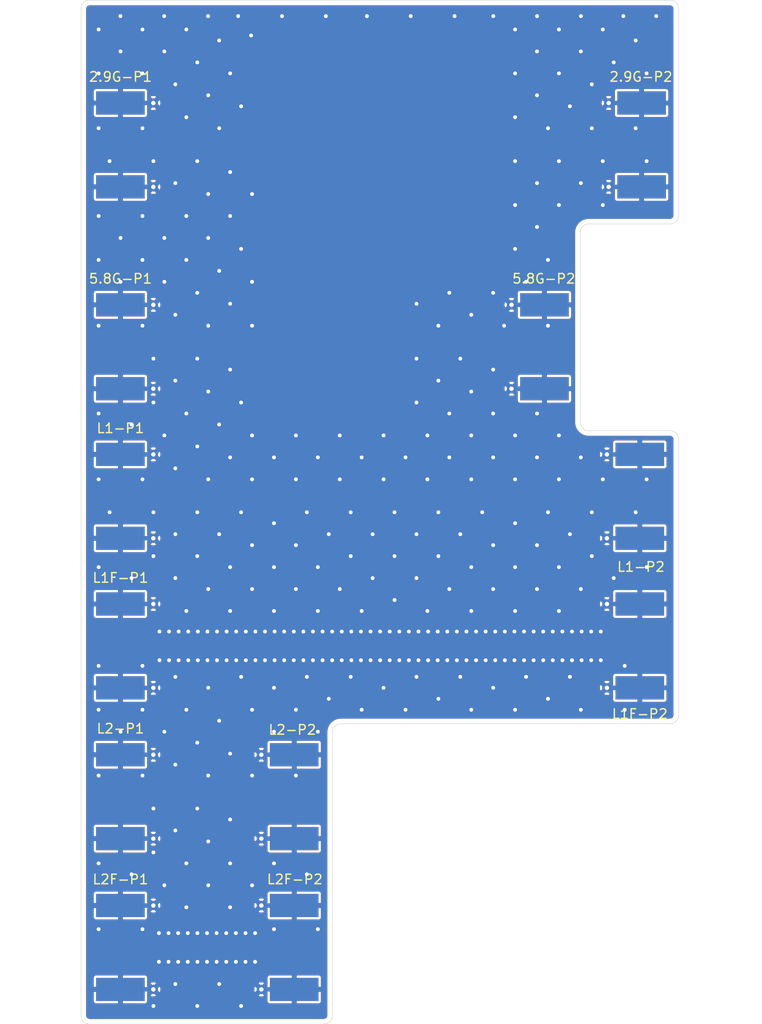
<source format=kicad_pcb>
(kicad_pcb (version 20171130) (host pcbnew "(5.1.5-0-10_14)")
  (layers (0 F.Cu signal) (1 In1.Cu power) (2 In2.Cu power) (31 B.Cu signal) (34 B.Paste user) (35 F.Paste user) (36 B.SilkS user) (37 F.SilkS user) (38 B.Mask user) (39 F.Mask user) (44 Edge.Cuts user))
  (net 0 "")
  (net 1 "Net-(FL1-Pad2)")
  (net 2 "Net-(FL1-Pad1)")
  (net 3 "Net-(FL2-Pad1)")
  (net 4 GND)
  (net 5 "Net-(J3-Pad1)")
  (net 6 "Net-(J10-Pad1)")
  (net 7 "Net-(J11-Pad1)")
  (net 8 "Net-(J12-Pad1)")
  (net 9 "Net-(FL2-Pad2)")
  (module aps_radar_lib:SMA_Molex_73251-1153_EdgeMount_Horizontal (layer F.Cu) (at 69.088 53.34)
    (fp_text reference J2 hide)
    (fp_text value 2.9G-P1 (at -1.72 -7.11) (layer F.SilkS))
    (pad 2 smd rect (at 1.27 4.38) (size 0.95 0.46) (layers B.Cu) (net 4 GND))
    (pad 2 smd rect (at 1.27 -4.38) (size 0.95 0.46) (layers B.Cu) (net 4 GND))
    (pad 2 smd rect (at 1.27 4.38) (size 0.95 0.46) (layers F.Cu) (net 4 GND))
    (pad 2 smd rect (at 1.27 -4.38) (size 0.95 0.46) (layers F.Cu) (net 4 GND))
    (pad 2 thru_hole circle (at 1.72 4.38) (size 0.97 0.97) (drill 0.46) (layers *.Cu) (net 4 GND))
    (pad 2 thru_hole circle (at 1.72 -4.38) (size 0.97 0.97) (drill 0.46) (layers *.Cu) (net 4 GND))
    (pad 2 smd rect (at -1.72 4.38) (size 5.08 2.42) (layers B.Cu B.Paste B.Mask) (net 4 GND))
    (pad 2 smd rect (at -1.72 -4.38) (size 5.08 2.42) (layers B.Cu B.Paste B.Mask) (net 4 GND))
    (pad 2 smd rect (at -1.72 4.38) (size 5.08 2.42) (layers F.Cu F.Paste F.Mask) (net 4 GND))
    (pad 2 smd rect (at -1.72 -4.38) (size 5.08 2.42) (layers F.Cu F.Paste F.Mask) (net 4 GND))
    (pad 1 smd rect (at -1.72 0) (size 5.08 1.5) (layers F.Cu F.Paste F.Mask) (net 3 "Net-(FL2-Pad1)"))
  )
  (module aps_radar_lib:SMA_Molex_73251-1153_EdgeMount_Horizontal (layer F.Cu) (at 83.82 137.16 180)
    (fp_text reference J12 hide)
    (fp_text value L2F-P2 (at -1.778 7.112) (layer F.SilkS))
    (pad 2 smd rect (at 1.27 4.38 180) (size 0.95 0.46) (layers B.Cu) (net 4 GND))
    (pad 2 smd rect (at 1.27 -4.38 180) (size 0.95 0.46) (layers B.Cu) (net 4 GND))
    (pad 2 smd rect (at 1.27 4.38 180) (size 0.95 0.46) (layers F.Cu) (net 4 GND))
    (pad 2 smd rect (at 1.27 -4.38 180) (size 0.95 0.46) (layers F.Cu) (net 4 GND))
    (pad 2 thru_hole circle (at 1.72 4.38 180) (size 0.97 0.97) (drill 0.46) (layers *.Cu) (net 4 GND))
    (pad 2 thru_hole circle (at 1.72 -4.38 180) (size 0.97 0.97) (drill 0.46) (layers *.Cu) (net 4 GND))
    (pad 2 smd rect (at -1.72 4.38 180) (size 5.08 2.42) (layers B.Cu B.Paste B.Mask) (net 4 GND))
    (pad 2 smd rect (at -1.72 -4.38 180) (size 5.08 2.42) (layers B.Cu B.Paste B.Mask) (net 4 GND))
    (pad 2 smd rect (at -1.72 4.38 180) (size 5.08 2.42) (layers F.Cu F.Paste F.Mask) (net 4 GND))
    (pad 2 smd rect (at -1.72 -4.38 180) (size 5.08 2.42) (layers F.Cu F.Paste F.Mask) (net 4 GND))
    (pad 1 smd rect (at -1.72 0 180) (size 5.08 1.5) (layers F.Cu F.Paste F.Mask) (net 8 "Net-(J12-Pad1)"))
  )
  (module aps_radar_lib:SMA_Molex_73251-1153_EdgeMount_Horizontal (layer F.Cu) (at 119.957 105.664 180)
    (fp_text reference J11 hide)
    (fp_text value L1F-P2 (at -1.72 -7.11) (layer F.SilkS))
    (pad 2 smd rect (at 1.27 4.38 180) (size 0.95 0.46) (layers B.Cu) (net 4 GND))
    (pad 2 smd rect (at 1.27 -4.38 180) (size 0.95 0.46) (layers B.Cu) (net 4 GND))
    (pad 2 smd rect (at 1.27 4.38 180) (size 0.95 0.46) (layers F.Cu) (net 4 GND))
    (pad 2 smd rect (at 1.27 -4.38 180) (size 0.95 0.46) (layers F.Cu) (net 4 GND))
    (pad 2 thru_hole circle (at 1.72 4.38 180) (size 0.97 0.97) (drill 0.46) (layers *.Cu) (net 4 GND))
    (pad 2 thru_hole circle (at 1.72 -4.38 180) (size 0.97 0.97) (drill 0.46) (layers *.Cu) (net 4 GND))
    (pad 2 smd rect (at -1.72 4.38 180) (size 5.08 2.42) (layers B.Cu B.Paste B.Mask) (net 4 GND))
    (pad 2 smd rect (at -1.72 -4.38 180) (size 5.08 2.42) (layers B.Cu B.Paste B.Mask) (net 4 GND))
    (pad 2 smd rect (at -1.72 4.38 180) (size 5.08 2.42) (layers F.Cu F.Paste F.Mask) (net 4 GND))
    (pad 2 smd rect (at -1.72 -4.38 180) (size 5.08 2.42) (layers F.Cu F.Paste F.Mask) (net 4 GND))
    (pad 1 smd rect (at -1.72 0 180) (size 5.08 1.5) (layers F.Cu F.Paste F.Mask) (net 7 "Net-(J11-Pad1)"))
  )
  (module aps_radar_lib:SMA_Molex_73251-1153_EdgeMount_Horizontal (layer F.Cu) (at 83.82 121.412 180)
    (fp_text reference J10 hide)
    (fp_text value L2-P2 (at -1.524 6.985) (layer F.SilkS))
    (pad 2 smd rect (at 1.27 4.38 180) (size 0.95 0.46) (layers B.Cu) (net 4 GND))
    (pad 2 smd rect (at 1.27 -4.38 180) (size 0.95 0.46) (layers B.Cu) (net 4 GND))
    (pad 2 smd rect (at 1.27 4.38 180) (size 0.95 0.46) (layers F.Cu) (net 4 GND))
    (pad 2 smd rect (at 1.27 -4.38 180) (size 0.95 0.46) (layers F.Cu) (net 4 GND))
    (pad 2 thru_hole circle (at 1.72 4.38 180) (size 0.97 0.97) (drill 0.46) (layers *.Cu) (net 4 GND))
    (pad 2 thru_hole circle (at 1.72 -4.38 180) (size 0.97 0.97) (drill 0.46) (layers *.Cu) (net 4 GND))
    (pad 2 smd rect (at -1.72 4.38 180) (size 5.08 2.42) (layers B.Cu B.Paste B.Mask) (net 4 GND))
    (pad 2 smd rect (at -1.72 -4.38 180) (size 5.08 2.42) (layers B.Cu B.Paste B.Mask) (net 4 GND))
    (pad 2 smd rect (at -1.72 4.38 180) (size 5.08 2.42) (layers F.Cu F.Paste F.Mask) (net 4 GND))
    (pad 2 smd rect (at -1.72 -4.38 180) (size 5.08 2.42) (layers F.Cu F.Paste F.Mask) (net 4 GND))
    (pad 1 smd rect (at -1.72 0 180) (size 5.08 1.5) (layers F.Cu F.Paste F.Mask) (net 6 "Net-(J10-Pad1)"))
  )
  (module aps_radar_lib:SMA_Molex_73251-1153_EdgeMount_Horizontal (layer F.Cu) (at 119.957 90.043 180)
    (fp_text reference J9 hide)
    (fp_text value L1-P2 (at -1.836 -7.366 180) (layer F.SilkS))
    (pad 2 smd rect (at 1.27 4.38 180) (size 0.95 0.46) (layers B.Cu) (net 4 GND))
    (pad 2 smd rect (at 1.27 -4.38 180) (size 0.95 0.46) (layers B.Cu) (net 4 GND))
    (pad 2 smd rect (at 1.27 4.38 180) (size 0.95 0.46) (layers F.Cu) (net 4 GND))
    (pad 2 smd rect (at 1.27 -4.38 180) (size 0.95 0.46) (layers F.Cu) (net 4 GND))
    (pad 2 thru_hole circle (at 1.72 4.38 180) (size 0.97 0.97) (drill 0.46) (layers *.Cu) (net 4 GND))
    (pad 2 thru_hole circle (at 1.72 -4.38 180) (size 0.97 0.97) (drill 0.46) (layers *.Cu) (net 4 GND))
    (pad 2 smd rect (at -1.72 4.38 180) (size 5.08 2.42) (layers B.Cu B.Paste B.Mask) (net 4 GND))
    (pad 2 smd rect (at -1.72 -4.38 180) (size 5.08 2.42) (layers B.Cu B.Paste B.Mask) (net 4 GND))
    (pad 2 smd rect (at -1.72 4.38 180) (size 5.08 2.42) (layers F.Cu F.Paste F.Mask) (net 4 GND))
    (pad 2 smd rect (at -1.72 -4.38 180) (size 5.08 2.42) (layers F.Cu F.Paste F.Mask) (net 4 GND))
    (pad 1 smd rect (at -1.72 0 180) (size 5.08 1.5) (layers F.Cu F.Paste F.Mask) (net 5 "Net-(J3-Pad1)"))
  )
  (module aps_radar_lib:SMA_Molex_73251-1153_EdgeMount_Horizontal (layer F.Cu) (at 120.142 53.34 180)
    (fp_text reference J8 hide)
    (fp_text value 2.9G-P2 (at -1.651 7.112) (layer F.SilkS))
    (pad 2 smd rect (at 1.27 4.38 180) (size 0.95 0.46) (layers B.Cu) (net 4 GND))
    (pad 2 smd rect (at 1.27 -4.38 180) (size 0.95 0.46) (layers B.Cu) (net 4 GND))
    (pad 2 smd rect (at 1.27 4.38 180) (size 0.95 0.46) (layers F.Cu) (net 4 GND))
    (pad 2 smd rect (at 1.27 -4.38 180) (size 0.95 0.46) (layers F.Cu) (net 4 GND))
    (pad 2 thru_hole circle (at 1.72 4.38 180) (size 0.97 0.97) (drill 0.46) (layers *.Cu) (net 4 GND))
    (pad 2 thru_hole circle (at 1.72 -4.38 180) (size 0.97 0.97) (drill 0.46) (layers *.Cu) (net 4 GND))
    (pad 2 smd rect (at -1.72 4.38 180) (size 5.08 2.42) (layers B.Cu B.Paste B.Mask) (net 4 GND))
    (pad 2 smd rect (at -1.72 -4.38 180) (size 5.08 2.42) (layers B.Cu B.Paste B.Mask) (net 4 GND))
    (pad 2 smd rect (at -1.72 4.38 180) (size 5.08 2.42) (layers F.Cu F.Paste F.Mask) (net 4 GND))
    (pad 2 smd rect (at -1.72 -4.38 180) (size 5.08 2.42) (layers F.Cu F.Paste F.Mask) (net 4 GND))
    (pad 1 smd rect (at -1.72 0 180) (size 5.08 1.5) (layers F.Cu F.Paste F.Mask) (net 9 "Net-(FL2-Pad2)"))
  )
  (module aps_radar_lib:SMA_Molex_73251-1153_EdgeMount_Horizontal (layer F.Cu) (at 109.982 74.422 180)
    (fp_text reference J7 hide)
    (fp_text value 5.8G-P2 (at -1.651 7.112) (layer F.SilkS))
    (pad 2 smd rect (at 1.27 4.38 180) (size 0.95 0.46) (layers B.Cu) (net 4 GND))
    (pad 2 smd rect (at 1.27 -4.38 180) (size 0.95 0.46) (layers B.Cu) (net 4 GND))
    (pad 2 smd rect (at 1.27 4.38 180) (size 0.95 0.46) (layers F.Cu) (net 4 GND))
    (pad 2 smd rect (at 1.27 -4.38 180) (size 0.95 0.46) (layers F.Cu) (net 4 GND))
    (pad 2 thru_hole circle (at 1.72 4.38 180) (size 0.97 0.97) (drill 0.46) (layers *.Cu) (net 4 GND))
    (pad 2 thru_hole circle (at 1.72 -4.38 180) (size 0.97 0.97) (drill 0.46) (layers *.Cu) (net 4 GND))
    (pad 2 smd rect (at -1.72 4.38 180) (size 5.08 2.42) (layers B.Cu B.Paste B.Mask) (net 4 GND))
    (pad 2 smd rect (at -1.72 -4.38 180) (size 5.08 2.42) (layers B.Cu B.Paste B.Mask) (net 4 GND))
    (pad 2 smd rect (at -1.72 4.38 180) (size 5.08 2.42) (layers F.Cu F.Paste F.Mask) (net 4 GND))
    (pad 2 smd rect (at -1.72 -4.38 180) (size 5.08 2.42) (layers F.Cu F.Paste F.Mask) (net 4 GND))
    (pad 1 smd rect (at -1.72 0 180) (size 5.08 1.5) (layers F.Cu F.Paste F.Mask) (net 1 "Net-(FL1-Pad2)"))
  )
  (module aps_radar_lib:SMA_Molex_73251-1153_EdgeMount_Horizontal (layer F.Cu) (at 69.088 137.16)
    (fp_text reference J6 hide)
    (fp_text value L2F-P1 (at -1.72 -7.11) (layer F.SilkS))
    (pad 2 smd rect (at 1.27 4.38) (size 0.95 0.46) (layers B.Cu) (net 4 GND))
    (pad 2 smd rect (at 1.27 -4.38) (size 0.95 0.46) (layers B.Cu) (net 4 GND))
    (pad 2 smd rect (at 1.27 4.38) (size 0.95 0.46) (layers F.Cu) (net 4 GND))
    (pad 2 smd rect (at 1.27 -4.38) (size 0.95 0.46) (layers F.Cu) (net 4 GND))
    (pad 2 thru_hole circle (at 1.72 4.38) (size 0.97 0.97) (drill 0.46) (layers *.Cu) (net 4 GND))
    (pad 2 thru_hole circle (at 1.72 -4.38) (size 0.97 0.97) (drill 0.46) (layers *.Cu) (net 4 GND))
    (pad 2 smd rect (at -1.72 4.38) (size 5.08 2.42) (layers B.Cu B.Paste B.Mask) (net 4 GND))
    (pad 2 smd rect (at -1.72 -4.38) (size 5.08 2.42) (layers B.Cu B.Paste B.Mask) (net 4 GND))
    (pad 2 smd rect (at -1.72 4.38) (size 5.08 2.42) (layers F.Cu F.Paste F.Mask) (net 4 GND))
    (pad 2 smd rect (at -1.72 -4.38) (size 5.08 2.42) (layers F.Cu F.Paste F.Mask) (net 4 GND))
    (pad 1 smd rect (at -1.72 0) (size 5.08 1.5) (layers F.Cu F.Paste F.Mask) (net 8 "Net-(J12-Pad1)"))
  )
  (module aps_radar_lib:SMA_Molex_73251-1153_EdgeMount_Horizontal (layer F.Cu) (at 69.088 105.664)
    (fp_text reference J5 hide)
    (fp_text value L1F-P1 (at -1.72 -7.11) (layer F.SilkS))
    (pad 2 smd rect (at 1.27 4.38) (size 0.95 0.46) (layers B.Cu) (net 4 GND))
    (pad 2 smd rect (at 1.27 -4.38) (size 0.95 0.46) (layers B.Cu) (net 4 GND))
    (pad 2 smd rect (at 1.27 4.38) (size 0.95 0.46) (layers F.Cu) (net 4 GND))
    (pad 2 smd rect (at 1.27 -4.38) (size 0.95 0.46) (layers F.Cu) (net 4 GND))
    (pad 2 thru_hole circle (at 1.72 4.38) (size 0.97 0.97) (drill 0.46) (layers *.Cu) (net 4 GND))
    (pad 2 thru_hole circle (at 1.72 -4.38) (size 0.97 0.97) (drill 0.46) (layers *.Cu) (net 4 GND))
    (pad 2 smd rect (at -1.72 4.38) (size 5.08 2.42) (layers B.Cu B.Paste B.Mask) (net 4 GND))
    (pad 2 smd rect (at -1.72 -4.38) (size 5.08 2.42) (layers B.Cu B.Paste B.Mask) (net 4 GND))
    (pad 2 smd rect (at -1.72 4.38) (size 5.08 2.42) (layers F.Cu F.Paste F.Mask) (net 4 GND))
    (pad 2 smd rect (at -1.72 -4.38) (size 5.08 2.42) (layers F.Cu F.Paste F.Mask) (net 4 GND))
    (pad 1 smd rect (at -1.72 0) (size 5.08 1.5) (layers F.Cu F.Paste F.Mask) (net 7 "Net-(J11-Pad1)"))
  )
  (module aps_radar_lib:SMA_Molex_73251-1153_EdgeMount_Horizontal (layer F.Cu) (at 69.088 121.412)
    (fp_text reference J4 hide)
    (fp_text value L2-P1 (at -1.72 -7.11) (layer F.SilkS))
    (pad 2 smd rect (at 1.27 4.38) (size 0.95 0.46) (layers B.Cu) (net 4 GND))
    (pad 2 smd rect (at 1.27 -4.38) (size 0.95 0.46) (layers B.Cu) (net 4 GND))
    (pad 2 smd rect (at 1.27 4.38) (size 0.95 0.46) (layers F.Cu) (net 4 GND))
    (pad 2 smd rect (at 1.27 -4.38) (size 0.95 0.46) (layers F.Cu) (net 4 GND))
    (pad 2 thru_hole circle (at 1.72 4.38) (size 0.97 0.97) (drill 0.46) (layers *.Cu) (net 4 GND))
    (pad 2 thru_hole circle (at 1.72 -4.38) (size 0.97 0.97) (drill 0.46) (layers *.Cu) (net 4 GND))
    (pad 2 smd rect (at -1.72 4.38) (size 5.08 2.42) (layers B.Cu B.Paste B.Mask) (net 4 GND))
    (pad 2 smd rect (at -1.72 -4.38) (size 5.08 2.42) (layers B.Cu B.Paste B.Mask) (net 4 GND))
    (pad 2 smd rect (at -1.72 4.38) (size 5.08 2.42) (layers F.Cu F.Paste F.Mask) (net 4 GND))
    (pad 2 smd rect (at -1.72 -4.38) (size 5.08 2.42) (layers F.Cu F.Paste F.Mask) (net 4 GND))
    (pad 1 smd rect (at -1.72 0) (size 5.08 1.5) (layers F.Cu F.Paste F.Mask) (net 6 "Net-(J10-Pad1)"))
  )
  (module aps_radar_lib:SMA_Molex_73251-1153_EdgeMount_Horizontal (layer F.Cu) (at 69.088 90.043)
    (fp_text reference J3 hide)
    (fp_text value L1-P1 (at -1.72 -7.11) (layer F.SilkS))
    (pad 2 smd rect (at 1.27 4.38) (size 0.95 0.46) (layers B.Cu) (net 4 GND))
    (pad 2 smd rect (at 1.27 -4.38) (size 0.95 0.46) (layers B.Cu) (net 4 GND))
    (pad 2 smd rect (at 1.27 4.38) (size 0.95 0.46) (layers F.Cu) (net 4 GND))
    (pad 2 smd rect (at 1.27 -4.38) (size 0.95 0.46) (layers F.Cu) (net 4 GND))
    (pad 2 thru_hole circle (at 1.72 4.38) (size 0.97 0.97) (drill 0.46) (layers *.Cu) (net 4 GND))
    (pad 2 thru_hole circle (at 1.72 -4.38) (size 0.97 0.97) (drill 0.46) (layers *.Cu) (net 4 GND))
    (pad 2 smd rect (at -1.72 4.38) (size 5.08 2.42) (layers B.Cu B.Paste B.Mask) (net 4 GND))
    (pad 2 smd rect (at -1.72 -4.38) (size 5.08 2.42) (layers B.Cu B.Paste B.Mask) (net 4 GND))
    (pad 2 smd rect (at -1.72 4.38) (size 5.08 2.42) (layers F.Cu F.Paste F.Mask) (net 4 GND))
    (pad 2 smd rect (at -1.72 -4.38) (size 5.08 2.42) (layers F.Cu F.Paste F.Mask) (net 4 GND))
    (pad 1 smd rect (at -1.72 0) (size 5.08 1.5) (layers F.Cu F.Paste F.Mask) (net 5 "Net-(J3-Pad1)"))
  )
  (module aps_radar_lib:SMA_Molex_73251-1153_EdgeMount_Horizontal (layer F.Cu) (at 69.088 74.422)
    (fp_text reference J1 hide)
    (fp_text value 5.8G-P1 (at -1.72 -7.11) (layer F.SilkS))
    (pad 2 smd rect (at 1.27 4.38) (size 0.95 0.46) (layers B.Cu) (net 4 GND))
    (pad 2 smd rect (at 1.27 -4.38) (size 0.95 0.46) (layers B.Cu) (net 4 GND))
    (pad 2 smd rect (at 1.27 4.38) (size 0.95 0.46) (layers F.Cu) (net 4 GND))
    (pad 2 smd rect (at 1.27 -4.38) (size 0.95 0.46) (layers F.Cu) (net 4 GND))
    (pad 2 thru_hole circle (at 1.72 4.38) (size 0.97 0.97) (drill 0.46) (layers *.Cu) (net 4 GND))
    (pad 2 thru_hole circle (at 1.72 -4.38) (size 0.97 0.97) (drill 0.46) (layers *.Cu) (net 4 GND))
    (pad 2 smd rect (at -1.72 4.38) (size 5.08 2.42) (layers B.Cu B.Paste B.Mask) (net 4 GND))
    (pad 2 smd rect (at -1.72 -4.38) (size 5.08 2.42) (layers B.Cu B.Paste B.Mask) (net 4 GND))
    (pad 2 smd rect (at -1.72 4.38) (size 5.08 2.42) (layers F.Cu F.Paste F.Mask) (net 4 GND))
    (pad 2 smd rect (at -1.72 -4.38) (size 5.08 2.42) (layers F.Cu F.Paste F.Mask) (net 4 GND))
    (pad 1 smd rect (at -1.72 0) (size 5.08 1.5) (layers F.Cu F.Paste F.Mask) (net 2 "Net-(FL1-Pad1)"))
  )
  (module aps_radar_lib:2.9G_ring_resonator_2mm (layer F.Cu) (at 94.615 53.34)
    (fp_text reference FL2 hide)
    (fp_text value 2.9GHz hide)
    (fp_poly (pts (xy 9.793216 -4.05317) (xy 9.794568 -4.050448) (xy 9.797574 -4.043545) (xy 9.802013 -4.033001) (xy 9.807665 -4.019357) (xy 9.814311 -4.003154) (xy 9.821729 -3.984933) (xy 9.829699 -3.965233) (xy 9.838002 -3.944596) (xy 9.846417 -3.923562) (xy 9.854723 -3.902672) (xy 9.860731 -3.88747) (xy 9.943632 -3.670184) (xy 10.021675 -3.451438) (xy 10.094845 -3.231293) (xy 10.163129 -3.009808) (xy 10.226515 -2.787044) (xy 10.284987 -2.563063) (xy 10.338534 -2.337924) (xy 10.387143 -2.111687) (xy 10.430798 -1.884414) (xy 10.469489 -1.656165) (xy 10.5032 -1.427001) (xy 10.53192 -1.196981) (xy 10.555633 -0.966167) (xy 10.574329 -0.734618) (xy 10.582827 -0.60071) (xy 10.584646 -0.567713) (xy 10.586428 -0.533168) (xy 10.588149 -0.497692) (xy 10.589784 -0.461905) (xy 10.59131 -0.426422) (xy 10.592701 -0.391863) (xy 10.593933 -0.358845) (xy 10.594983 -0.327986) (xy 10.595827 -0.299904) (xy 10.596439 -0.275216) (xy 10.596795 -0.25454) (xy 10.59688 -0.24257) (xy 10.597015 -0.227814) (xy 10.597357 -0.213176) (xy 10.597857 -0.200252) (xy 10.598465 -0.190639) (xy 10.598535 -0.189865) (xy 10.600154 -0.17272) (xy 12.14374 -0.17272) (xy 12.14374 0.17526) (xy 10.600154 0.17526) (xy 10.598535 0.192405) (xy 10.597919 0.201565) (xy 10.597405 0.214208) (xy 10.597043 0.228738) (xy 10.596883 0.243558) (xy 10.59688 0.24511) (xy 10.596721 0.262541) (xy 10.596289 0.284426) (xy 10.595608 0.310147) (xy 10.594704 0.339085) (xy 10.593599 0.370624) (xy 10.592318 0.404146) (xy 10.590887 0.439031) (xy 10.589327 0.474664) (xy 10.587665 0.510425) (xy 10.585924 0.545698) (xy 10.584129 0.579864) (xy 10.582827 0.60325) (xy 10.567131 0.83369) (xy 10.546425 1.063663) (xy 10.520733 1.293058) (xy 10.49008 1.521765) (xy 10.454491 1.749675) (xy 10.413991 1.976679) (xy 10.368603 2.202666) (xy 10.318354 2.427526) (xy 10.263268 2.651151) (xy 10.203368 2.873431) (xy 10.138681 3.094255) (xy 10.069231 3.313515) (xy 9.995043 3.5311) (xy 9.916141 3.746901) (xy 9.83255 3.960808) (xy 9.816955 3.99923) (xy 9.810782 4.014356) (xy 9.805223 4.027986) (xy 9.800576 4.039384) (xy 9.797143 4.047816) (xy 9.795222 4.052546) (xy 9.794957 4.053205) (xy 9.791991 4.055969) (xy 9.790793 4.056104) (xy 9.788008 4.055105) (xy 9.780928 4.052313) (xy 9.769948 4.047889) (xy 9.755462 4.041994) (xy 9.737863 4.03479) (xy 9.717546 4.026439) (xy 9.694904 4.017102) (xy 9.670333 4.00694) (xy 9.644225 3.996115) (xy 9.63168 3.990904) (xy 9.605048 3.97983) (xy 9.579819 3.96933) (xy 9.556381 3.959565) (xy 9.535123 3.950698) (xy 9.516431 3.942891) (xy 9.500695 3.936306) (xy 9.488302 3.931104) (xy 9.47964 3.92745) (xy 9.475098 3.925503) (xy 9.474496 3.925224) (xy 9.475156 3.922771) (xy 9.477513 3.916238) (xy 9.481327 3.906242) (xy 9.486359 3.893401) (xy 9.49237 3.87833) (xy 9.499122 3.861648) (xy 9.499174 3.861519) (xy 9.581607 3.652529) (xy 9.659445 3.441448) (xy 9.732653 3.228422) (xy 9.801196 3.013599) (xy 9.86504 2.797127) (xy 9.924148 2.579154) (xy 9.978487 2.359825) (xy 10.028022 2.13929) (xy 10.072716 1.917696) (xy 10.112536 1.695189) (xy 10.147447 1.471919) (xy 10.177412 1.248031) (xy 10.202398 1.023674) (xy 10.220785 0.81915) (xy 10.227443 0.731768) (xy 10.233227 0.647422) (xy 10.238175 0.56518) (xy 10.242322 0.484109) (xy 10.245704 0.403277) (xy 10.248357 0.321752) (xy 10.250317 0.238601) (xy 10.251621 0.152893) (xy 10.252304 0.063696) (xy 10.252433 0.00127) (xy 10.252147 -0.0908) (xy 10.251264 -0.178753) (xy 10.24975 -0.263521) (xy 10.247566 -0.346036) (xy 10.244679 -0.427232) (xy 10.24105 -0.508039) (xy 10.236645 -0.589391) (xy 10.231427 -0.672219) (xy 10.225361 -0.757456) (xy 10.220785 -0.81661) (xy 10.200363 -1.041253) (xy 10.174931 -1.265562) (xy 10.144522 -1.48939) (xy 10.109171 -1.712589) (xy 10.068915 -1.935012) (xy 10.023787 -2.156511) (xy 9.973823 -2.376938) (xy 9.919058 -2.596144) (xy 9.859527 -2.813983) (xy 9.795266 -3.030307) (xy 9.726308 -3.244967) (xy 9.65269 -3.457815) (xy 9.574445 -3.668705) (xy 9.499174 -3.85898) (xy 9.492418 -3.875672) (xy 9.4864 -3.890756) (xy 9.48136 -3.903617) (xy 9.477536 -3.913636) (xy 9.475168 -3.920197) (xy 9.474494 -3.922683) (xy 9.474496 -3.922684) (xy 9.477291 -3.924019) (xy 9.484273 -3.927047) (xy 9.494975 -3.931578) (xy 9.508928 -3.937421) (xy 9.525667 -3.944384) (xy 9.544723 -3.952275) (xy 9.565629 -3.960905) (xy 9.587919 -3.97008) (xy 9.611124 -3.979611) (xy 9.634779 -3.989305) (xy 9.658415 -3.998972) (xy 9.681565 -4.00842) (xy 9.703762 -4.017458) (xy 9.724539 -4.025894) (xy 9.743429 -4.033538) (xy 9.759964 -4.040197) (xy 9.773678 -4.045682) (xy 9.784102 -4.0498) (xy 9.79077 -4.05236) (xy 9.793215 -4.053171) (xy 9.793216 -4.05317)) (layer F.Cu) (width 0.01))
    (fp_poly (pts (xy -9.788266 -4.052373) (xy -9.781628 -4.049825) (xy -9.77123 -4.045718) (xy -9.75754 -4.040243) (xy -9.741024 -4.033592) (xy -9.72215 -4.025955) (xy -9.701386 -4.017524) (xy -9.679197 -4.00849) (xy -9.656052 -3.999044) (xy -9.632418 -3.989378) (xy -9.608762 -3.979683) (xy -9.585552 -3.970151) (xy -9.563253 -3.960972) (xy -9.542335 -3.952338) (xy -9.523263 -3.94444) (xy -9.506505 -3.93747) (xy -9.492529 -3.931618) (xy -9.481802 -3.927076) (xy -9.47479 -3.924036) (xy -9.471961 -3.922688) (xy -9.471957 -3.922684) (xy -9.472617 -3.920232) (xy -9.474974 -3.913699) (xy -9.478789 -3.903703) (xy -9.483822 -3.890862) (xy -9.489834 -3.875792) (xy -9.496587 -3.859111) (xy -9.49664 -3.85898) (xy -9.579166 -3.649791) (xy -9.657069 -3.438563) (xy -9.730319 -3.225429) (xy -9.798884 -3.010525) (xy -9.862734 -2.793983) (xy -9.921837 -2.575938) (xy -9.976163 -2.356524) (xy -10.025681 -2.135874) (xy -10.07036 -1.914122) (xy -10.110168 -1.691403) (xy -10.145075 -1.467851) (xy -10.175051 -1.243598) (xy -10.200063 -1.01878) (xy -10.220082 -0.79353) (xy -10.227275 -0.69469) (xy -10.231909 -0.623568) (xy -10.235941 -0.555374) (xy -10.239398 -0.489236) (xy -10.242308 -0.424278) (xy -10.244701 -0.359626) (xy -10.246604 -0.294406) (xy -10.248046 -0.227744) (xy -10.249056 -0.158765) (xy -10.249661 -0.086595) (xy -10.24989 -0.01036) (xy -10.249894 0.00127) (xy -10.249718 0.078177) (xy -10.24917 0.150891) (xy -10.248222 0.220285) (xy -10.246845 0.287234) (xy -10.245012 0.352611) (xy -10.242693 0.417292) (xy -10.23986 0.48215) (xy -10.236486 0.54806) (xy -10.232541 0.615895) (xy -10.227997 0.686532) (xy -10.227275 0.69723) (xy -10.209455 0.922627) (xy -10.186628 1.147651) (xy -10.158824 1.372167) (xy -10.126075 1.596043) (xy -10.088411 1.819144) (xy -10.045863 2.041336) (xy -9.998463 2.262485) (xy -9.946241 2.482458) (xy -9.889228 2.70112) (xy -9.827455 2.918337) (xy -9.760953 3.133976) (xy -9.689753 3.347902) (xy -9.613886 3.559981) (xy -9.533382 3.770081) (xy -9.49664 3.861519) (xy -9.489883 3.878211) (xy -9.483864 3.893296) (xy -9.478823 3.906156) (xy -9.474998 3.916176) (xy -9.472629 3.922738) (xy -9.471955 3.925225) (xy -9.471957 3.925227) (xy -9.474474 3.926353) (xy -9.481212 3.929212) (xy -9.491703 3.93361) (xy -9.505476 3.939354) (xy -9.522063 3.94625) (xy -9.540996 3.954104) (xy -9.561806 3.962724) (xy -9.584023 3.971916) (xy -9.607179 3.981486) (xy -9.630804 3.991241) (xy -9.654431 4.000987) (xy -9.67759 4.010531) (xy -9.699812 4.019679) (xy -9.720628 4.028238) (xy -9.73957 4.036014) (xy -9.756168 4.042813) (xy -9.769955 4.048443) (xy -9.78046 4.05271) (xy -9.787215 4.05542) (xy -9.789751 4.056379) (xy -9.789753 4.05638) (xy -9.791827 4.054421) (xy -9.792418 4.053205) (xy -9.793716 4.049999) (xy -9.796636 4.042825) (xy -9.800877 4.032418) (xy -9.806139 4.019512) (xy -9.812125 4.004844) (xy -9.814416 3.99923) (xy -9.898601 3.786301) (xy -9.978161 3.571336) (xy -10.053066 3.354474) (xy -10.123283 3.135851) (xy -10.188781 2.915604) (xy -10.249527 2.693872) (xy -10.305489 2.470791) (xy -10.356637 2.2465) (xy -10.402936 2.021135) (xy -10.444357 1.794834) (xy -10.480866 1.567734) (xy -10.512432 1.339974) (xy -10.539023 1.111689) (xy -10.560607 0.883018) (xy -10.571332 0.74295) (xy -10.573974 0.703806) (xy -10.576563 0.662962) (xy -10.579073 0.620963) (xy -10.58148 0.578354) (xy -10.583758 0.535679) (xy -10.585882 0.493483) (xy -10.587826 0.452309) (xy -10.589565 0.412704) (xy -10.591073 0.375211) (xy -10.592326 0.340375) (xy -10.593298 0.308741) (xy -10.593963 0.280853) (xy -10.594296 0.257256) (xy -10.594331 0.248668) (xy -10.594464 0.233753) (xy -10.594818 0.218623) (xy -10.595341 0.205038) (xy -10.595978 0.194757) (xy -10.595983 0.194693) (xy -10.597626 0.17526) (xy -12.1412 0.17526) (xy -12.1412 -0.17272) (xy -10.597626 -0.17272) (xy -10.595983 -0.192154) (xy -10.595346 -0.2024) (xy -10.594822 -0.215966) (xy -10.594466 -0.231091) (xy -10.594331 -0.246014) (xy -10.594331 -0.246129) (xy -10.594186 -0.262381) (xy -10.593772 -0.283093) (xy -10.593116 -0.307652) (xy -10.59224 -0.335444) (xy -10.59117 -0.365859) (xy -10.589929 -0.398283) (xy -10.588543 -0.432105) (xy -10.587034 -0.46671) (xy -10.585428 -0.501488) (xy -10.583748 -0.535826) (xy -10.58202 -0.569111) (xy -10.580268 -0.60071) (xy -10.564377 -0.833243) (xy -10.543481 -1.064944) (xy -10.517589 -1.295769) (xy -10.486712 -1.525673) (xy -10.450858 -1.754612) (xy -10.410038 -1.982541) (xy -10.364262 -2.209415) (xy -10.31354 -2.435189) (xy -10.257881 -2.659818) (xy -10.197295 -2.883258) (xy -10.131792 -3.105464) (xy -10.061382 -3.326391) (xy -9.986074 -3.545994) (xy -9.90588 -3.764229) (xy -9.858192 -3.88747) (xy -9.85011 -3.9079) (xy -9.841756 -3.928877) (xy -9.833349 -3.949862) (xy -9.825109 -3.970314) (xy -9.817257 -3.989692) (xy -9.810013 -4.007455) (xy -9.803598 -4.023063) (xy -9.798231 -4.035975) (xy -9.794132 -4.045651) (xy -9.791523 -4.051551) (xy -9.790677 -4.05317) (xy -9.788266 -4.052373)) (layer F.Cu) (width 0.01))
    (fp_poly (pts (xy 0.048613 -10.122949) (xy 0.091505 -10.122863) (xy 0.13057 -10.122704) (xy 0.166436 -10.122461) (xy 0.199729 -10.122121) (xy 0.231078 -10.121672) (xy 0.261108 -10.121102) (xy 0.290446 -10.120399) (xy 0.31972 -10.11955) (xy 0.349556 -10.118544) (xy 0.380581 -10.117369) (xy 0.413422 -10.116012) (xy 0.448706 -10.114461) (xy 0.45466 -10.114192) (xy 0.680178 -10.10145) (xy 0.905056 -10.083679) (xy 1.129236 -10.06089) (xy 1.352655 -10.033094) (xy 1.575254 -10.0003) (xy 1.796972 -9.962518) (xy 2.017749 -9.919759) (xy 2.237525 -9.872032) (xy 2.45624 -9.819348) (xy 2.673833 -9.761717) (xy 2.8321 -9.716479) (xy 2.983309 -9.67051) (xy 3.136331 -9.621257) (xy 3.289848 -9.569181) (xy 3.442541 -9.514742) (xy 3.593091 -9.458401) (xy 3.740181 -9.400618) (xy 3.76428 -9.390874) (xy 3.973708 -9.303108) (xy 4.180944 -9.210769) (xy 4.385929 -9.113894) (xy 4.588603 -9.012519) (xy 4.788908 -8.906682) (xy 4.986785 -8.796418) (xy 5.182177 -8.681765) (xy 5.375024 -8.56276) (xy 5.565268 -8.439439) (xy 5.75285 -8.311839) (xy 5.937711 -8.179997) (xy 6.119793 -8.043949) (xy 6.299038 -7.903733) (xy 6.475387 -7.759385) (xy 6.64878 -7.610941) (xy 6.76275 -7.509683) (xy 6.854695 -7.425586) (xy 6.948146 -7.337812) (xy 7.042267 -7.247193) (xy 7.136228 -7.154562) (xy 7.229195 -7.06075) (xy 7.320336 -6.966592) (xy 7.408818 -6.87292) (xy 7.493807 -6.780566) (xy 7.512222 -6.76021) (xy 7.662102 -6.590257) (xy 7.808162 -6.417088) (xy 7.950327 -6.240816) (xy 8.088525 -6.061551) (xy 8.222681 -5.879403) (xy 8.352722 -5.694484) (xy 8.478574 -5.506905) (xy 8.600165 -5.316777) (xy 8.717419 -5.12421) (xy 8.830265 -4.929315) (xy 8.938628 -4.732203) (xy 9.042435 -4.532985) (xy 9.141612 -4.331772) (xy 9.187114 -4.23545) (xy 9.28063 -4.02874) (xy 9.36932 -3.820451) (xy 9.453205 -3.610528) (xy 9.532305 -3.398917) (xy 9.606638 -3.185565) (xy 9.676227 -2.970417) (xy 9.74109 -2.753419) (xy 9.758385 -2.6924) (xy 9.815864 -2.477804) (xy 9.868556 -2.261593) (xy 9.916437 -2.043918) (xy 9.959482 -1.824929) (xy 9.997667 -1.604777) (xy 10.030968 -1.383612) (xy 10.059362 -1.161586) (xy 10.082823 -0.938848) (xy 10.101329 -0.71555) (xy 10.114854 -0.491841) (xy 10.116731 -0.45212) (xy 10.118321 -0.416227) (xy 10.119714 -0.382884) (xy 10.120921 -0.351458) (xy 10.121956 -0.321317) (xy 10.12283 -0.291831) (xy 10.123557 -0.262367) (xy 10.124147 -0.232292) (xy 10.124614 -0.200976) (xy 10.124969 -0.167786) (xy 10.125226 -0.13209) (xy 10.125396 -0.093257) (xy 10.125491 -0.050654) (xy 10.125525 -0.00365) (xy 10.125525 0) (xy 10.125501 0.047852) (xy 10.125413 0.091267) (xy 10.125248 0.130888) (xy 10.124992 0.167356) (xy 10.124633 0.201316) (xy 10.124155 0.23341) (xy 10.123547 0.264279) (xy 10.122795 0.294568) (xy 10.121884 0.324918) (xy 10.120802 0.355972) (xy 10.119535 0.388373) (xy 10.118069 0.422764) (xy 10.116391 0.459787) (xy 10.115441 0.48006) (xy 10.102438 0.702117) (xy 10.084438 0.924197) (xy 10.061476 1.146038) (xy 10.033588 1.367375) (xy 10.00081 1.587948) (xy 9.963179 1.807494) (xy 9.92073 2.02575) (xy 9.87409 2.239884) (xy 9.821254 2.458728) (xy 9.763571 2.676104) (xy 9.701077 2.891942) (xy 9.63381 3.106174) (xy 9.561807 3.318729) (xy 9.485104 3.529537) (xy 9.403738 3.738529) (xy 9.317746 3.945635) (xy 9.227164 4.150785) (xy 9.132031 4.353911) (xy 9.032381 4.554941) (xy 8.928253 4.753807) (xy 8.819683 4.950438) (xy 8.706707 5.144766) (xy 8.589363 5.336719) (xy 8.467688 5.52623) (xy 8.341718 5.713227) (xy 8.21149 5.897642) (xy 8.077041 6.079404) (xy 7.938408 6.258444) (xy 7.795627 6.434692) (xy 7.648736 6.608079) (xy 7.497771 6.778535) (xy 7.446137 6.83514) (xy 7.38103 6.905168) (xy 7.312565 6.977261) (xy 7.241561 7.050598) (xy 7.16884 7.124357) (xy 7.095224 7.197717) (xy 7.021534 7.269858) (xy 6.94859 7.339957) (xy 6.877215 7.407194) (xy 6.83514 7.446137) (xy 6.665138 7.598945) (xy 6.492091 7.747729) (xy 6.316057 7.892449) (xy 6.1371 8.033065) (xy 5.95528 8.169535) (xy 5.770659 8.301819) (xy 5.583299 8.429877) (xy 5.393259 8.553668) (xy 5.200603 8.673152) (xy 5.005391 8.788287) (xy 4.807685 8.899034) (xy 4.607546 9.005351) (xy 4.405035 9.107199) (xy 4.200215 9.204536) (xy 4.11734 9.24234) (xy 3.910692 9.33271) (xy 3.702307 9.418321) (xy 3.492262 9.499154) (xy 3.280631 9.575189) (xy 3.067491 9.646407) (xy 2.852918 9.712788) (xy 2.636988 9.774312) (xy 2.419776 9.83096) (xy 2.201359 9.882712) (xy 1.981811 9.929548) (xy 1.76121 9.971449) (xy 1.539631 10.008395) (xy 1.31715 10.040367) (xy 1.093842 10.067344) (xy 0.869785 10.089308) (xy 0.83185 10.092523) (xy 0.766611 10.097733) (xy 0.702522 10.102441) (xy 0.638637 10.106703) (xy 0.574006 10.110574) (xy 0.507683 10.114109) (xy 0.43872 10.117362) (xy 0.36617 10.120389) (xy 0.32258 10.122044) (xy 0.309464 10.122436) (xy 0.291832 10.122824) (xy 0.270213 10.123206) (xy 0.245138 10.123577) (xy 0.217137 10.123934) (xy 0.186738 10.124274) (xy 0.154473 10.124592) (xy 0.12087 10.124886) (xy 0.086459 10.125152) (xy 0.051771 10.125386) (xy 0.017335 10.125585) (xy -0.016319 10.125745) (xy -0.048662 10.125863) (xy -0.079163 10.125935) (xy -0.107292 10.125958) (xy -0.132521 10.125927) (xy -0.154318 10.12584) (xy -0.172155 10.125693) (xy -0.185501 10.125482) (xy -0.18669 10.125454) (xy -0.274962 10.123075) (xy -0.359013 10.120308) (xy -0.439695 10.117108) (xy -0.517854 10.113433) (xy -0.59434 10.109238) (xy -0.670003 10.104481) (xy -0.745689 10.099118) (xy -0.82225 10.093106) (xy -0.82931 10.092523) (xy -1.053498 10.071408) (xy -1.276945 10.045276) (xy -1.499576 10.014147) (xy -1.721317 9.97804) (xy -1.942091 9.936974) (xy -2.161823 9.890971) (xy -2.380437 9.840048) (xy -2.597859 9.784225) (xy -2.814011 9.723523) (xy -3.02882 9.65796) (xy -3.242209 9.587556) (xy -3.454102 9.51233) (xy -3.664425 9.432303) (xy -3.873102 9.347494) (xy -4.080057 9.257922) (xy -4.1148 9.24234) (xy -4.32054 9.146821) (xy -4.523992 9.046777) (xy -4.725096 8.942247) (xy -4.92379 8.833273) (xy -5.120013 8.719893) (xy -5.313704 8.602149) (xy -5.504802 8.480082) (xy -5.693247 8.353731) (xy -5.878976 8.223137) (xy -6.061929 8.08834) (xy -6.242045 7.949381) (xy -6.419262 7.806299) (xy -6.59352 7.659136) (xy -6.764757 7.507932) (xy -6.8326 7.446137) (xy -6.902629 7.38103) (xy -6.974722 7.312565) (xy -7.048059 7.241561) (xy -7.121818 7.16884) (xy -7.195178 7.095224) (xy -7.267319 7.021534) (xy -7.337418 6.94859) (xy -7.404655 6.877215) (xy -7.443598 6.83514) (xy -7.596388 6.665161) (xy -7.745135 6.492164) (xy -7.889801 6.31621) (xy -8.030347 6.137359) (xy -8.166735 5.955673) (xy -8.298925 5.771212) (xy -8.426879 5.584038) (xy -8.550558 5.394211) (xy -8.669924 5.201793) (xy -8.784938 5.006845) (xy -8.895561 4.809427) (xy -9.001754 4.6096) (xy -9.10348 4.407426) (xy -9.200698 4.202966) (xy -9.293372 3.99628) (xy -9.381461 3.787429) (xy -9.390888 3.76428) (xy -9.456779 3.597375) (xy -9.52036 3.42723) (xy -9.581287 3.254866) (xy -9.639219 3.0813) (xy -9.693814 2.907553) (xy -9.744729 2.734645) (xy -9.783725 2.59334) (xy -9.839048 2.376824) (xy -9.889565 2.159117) (xy -9.935228 1.940464) (xy -9.975991 1.72111) (xy -10.011808 1.501302) (xy -10.042633 1.281285) (xy -10.06329 1.10871) (xy -10.082563 0.917552) (xy -10.098281 0.724806) (xy -10.110276 0.532584) (xy -10.112902 0.48006) (xy -10.114696 0.441416) (xy -10.11627 0.405768) (xy -10.117639 0.372475) (xy -10.118816 0.340893) (xy -10.119814 0.310379) (xy -10.120647 0.280291) (xy -10.121328 0.249986) (xy -10.121871 0.218822) (xy -10.122289 0.186156) (xy -10.122597 0.151345) (xy -10.122807 0.113746) (xy -10.122933 0.072718) (xy -10.122988 0.027616) (xy -10.122992 0.00127) (xy -9.777283 0.00127) (xy -9.777177 0.064021) (xy -9.776843 0.122545) (xy -9.776259 0.177691) (xy -9.775401 0.230306) (xy -9.774247 0.28124) (xy -9.772774 0.33134) (xy -9.770959 0.381456) (xy -9.76878 0.432437) (xy -9.766214 0.485129) (xy -9.763237 0.540383) (xy -9.76241 0.55499) (xy -9.74721 0.776517) (xy -9.726997 0.997247) (xy -9.701786 1.217128) (xy -9.671588 1.436106) (xy -9.636417 1.65413) (xy -9.596285 1.871145) (xy -9.551206 2.087099) (xy -9.501193 2.30194) (xy -9.446258 2.515614) (xy -9.386414 2.728069) (xy -9.321675 2.939252) (xy -9.252052 3.14911) (xy -9.177561 3.357591) (xy -9.098212 3.564641) (xy -9.01402 3.770207) (xy -8.924997 3.974238) (xy -8.921176 3.98272) (xy -8.900676 4.027686) (xy -8.878265 4.075955) (xy -8.854339 4.126717) (xy -8.829294 4.179164) (xy -8.803524 4.232485) (xy -8.777425 4.285873) (xy -8.751392 4.338517) (xy -8.72582 4.389609) (xy -8.701105 4.43834) (xy -8.677642 4.483901) (xy -8.658766 4.51993) (xy -8.551148 4.718043) (xy -8.439333 4.913298) (xy -8.32335 5.105661) (xy -8.203225 5.295095) (xy -8.078987 5.481566) (xy -7.950664 5.665037) (xy -7.818282 5.845475) (xy -7.681869 6.022843) (xy -7.541453 6.197106) (xy -7.397061 6.368228) (xy -7.248721 6.536176) (xy -7.096461 6.700913) (xy -6.940308 6.862403) (xy -6.780289 7.020613) (xy -6.616433 7.175505) (xy -6.506174 7.275923) (xy -6.337887 7.423527) (xy -6.166429 7.567168) (xy -5.991838 7.706818) (xy -5.814151 7.842451) (xy -5.633409 7.974039) (xy -5.449649 8.101556) (xy -5.262911 8.224975) (xy -5.073232 8.34427) (xy -4.880651 8.459412) (xy -4.685207 8.570376) (xy -4.50723 8.666471) (xy -4.481453 8.679937) (xy -4.451918 8.695158) (xy -4.419387 8.711757) (xy -4.384617 8.729355) (xy -4.348369 8.747575) (xy -4.3114 8.766038) (xy -4.274471 8.784366) (xy -4.23834 8.802181) (xy -4.203767 8.819105) (xy -4.17151 8.834759) (xy -4.142329 8.848767) (xy -4.11988 8.859392) (xy -3.916787 8.951959) (xy -3.712613 9.039573) (xy -3.507277 9.122262) (xy -3.300699 9.200053) (xy -3.092799 9.272975) (xy -2.883497 9.341056) (xy -2.672711 9.404322) (xy -2.460362 9.462803) (xy -2.246369 9.516524) (xy -2.150916 9.538834) (xy -1.936438 9.585232) (xy -1.720646 9.626738) (xy -1.503639 9.663342) (xy -1.285519 9.69503) (xy -1.066387 9.721792) (xy -0.846342 9.743614) (xy -0.625487 9.760484) (xy -0.403922 9.772392) (xy -0.181747 9.779323) (xy -0.14351 9.780012) (xy -0.125227 9.780223) (xy -0.102562 9.780346) (xy -0.076177 9.780388) (xy -0.046734 9.780354) (xy -0.014895 9.78025) (xy 0.018679 9.780081) (xy 0.053326 9.779852) (xy 0.088384 9.77957) (xy 0.123192 9.779238) (xy 0.157089 9.778864) (xy 0.189412 9.778452) (xy 0.2195 9.778009) (xy 0.246691 9.777538) (xy 0.270324 9.777047) (xy 0.289738 9.776539) (xy 0.29464 9.776385) (xy 0.355906 9.774236) (xy 0.413169 9.771968) (xy 0.467506 9.769534) (xy 0.519993 9.766887) (xy 0.55499 9.764952) (xy 0.776379 9.74975) (xy 0.996945 9.729544) (xy 1.216629 9.704353) (xy 1.43537 9.674194) (xy 1.653108 9.639087) (xy 1.869783 9.599051) (xy 2.085335 9.554102) (xy 2.299703 9.504261) (xy 2.512828 9.449546) (xy 2.72465 9.389974) (xy 2.935108 9.325566) (xy 3.144142 9.256338) (xy 3.351692 9.18231) (xy 3.557697 9.1035) (xy 3.762099 9.019927) (xy 3.964837 8.931609) (xy 4.165849 8.838564) (xy 4.365078 8.740812) (xy 4.562461 8.638371) (xy 4.75794 8.531258) (xy 4.951454 8.419493) (xy 4.978582 8.403359) (xy 5.167572 8.2876) (xy 5.354057 8.167447) (xy 5.537944 8.042976) (xy 5.719141 7.914265) (xy 5.897555 7.781388) (xy 6.073092 7.644424) (xy 6.245659 7.503448) (xy 6.415165 7.358538) (xy 6.581515 7.20977) (xy 6.744617 7.05722) (xy 6.904378 6.900965) (xy 7.060706 6.741083) (xy 7.213506 6.577648) (xy 7.274765 6.51002) (xy 7.422357 6.341785) (xy 7.565968 6.170417) (xy 7.705553 5.995987) (xy 7.841067 5.818566) (xy 7.972465 5.638226) (xy 8.099702 5.455038) (xy 8.222734 5.269073) (xy 8.341514 5.080401) (xy 8.456 4.889095) (xy 8.566144 4.695225) (xy 8.671903 4.498863) (xy 8.773232 4.30008) (xy 8.870085 4.098946) (xy 8.962417 3.895534) (xy 9.040048 3.714334) (xy 9.105445 3.553002) (xy 9.168728 3.388125) (xy 9.229454 3.220955) (xy 9.287179 3.052745) (xy 9.341461 2.884747) (xy 9.387511 2.73304) (xy 9.447805 2.519018) (xy 9.50308 2.304218) (xy 9.553337 2.088624) (xy 9.59858 1.87222) (xy 9.638812 1.65499) (xy 9.674035 1.436918) (xy 9.704253 1.217988) (xy 9.729467 0.998184) (xy 9.749681 0.777489) (xy 9.764897 0.555888) (xy 9.764949 0.55499) (xy 9.768025 0.499098) (xy 9.770687 0.44597) (xy 9.772958 0.394759) (xy 9.774861 0.344622) (xy 9.776417 0.294712) (xy 9.777649 0.244184) (xy 9.778581 0.192193) (xy 9.779235 0.137895) (xy 9.779633 0.080444) (xy 9.779799 0.018994) (xy 9.779807 0.00127) (xy 9.779701 -0.061429) (xy 9.779369 -0.119896) (xy 9.778788 -0.174978) (xy 9.777935 -0.227519) (xy 9.776787 -0.278365) (xy 9.775322 -0.328361) (xy 9.773518 -0.378352) (xy 9.771351 -0.429183) (xy 9.768798 -0.481699) (xy 9.765838 -0.536746) (xy 9.764949 -0.55245) (xy 9.749762 -0.773768) (xy 9.72957 -0.994272) (xy 9.704392 -1.2139) (xy 9.674246 -1.432593) (xy 9.639151 -1.650289) (xy 9.599126 -1.866929) (xy 9.554189 -2.08245) (xy 9.504359 -2.296793) (xy 9.449655 -2.509897) (xy 9.390095 -2.721701) (xy 9.325699 -2.932144) (xy 9.256484 -3.141165) (xy 9.182469 -3.348704) (xy 9.103674 -3.554701) (xy 9.020117 -3.759093) (xy 8.931816 -3.961822) (xy 8.83879 -4.162825) (xy 8.741059 -4.362042) (xy 8.63864 -4.559413) (xy 8.531552 -4.754877) (xy 8.419815 -4.948373) (xy 8.403359 -4.976043) (xy 8.287505 -5.165191) (xy 8.167272 -5.351801) (xy 8.042732 -5.535787) (xy 7.913956 -5.717064) (xy 7.781014 -5.895544) (xy 7.643978 -6.071143) (xy 7.502919 -6.243774) (xy 7.357907 -6.41335) (xy 7.209013 -6.579786) (xy 7.056309 -6.742996) (xy 6.899866 -6.902894) (xy 6.739754 -7.059393) (xy 6.576044 -7.212408) (xy 6.51002 -7.272215) (xy 6.342087 -7.419566) (xy 6.170878 -7.563046) (xy 5.99645 -7.702613) (xy 5.818862 -7.838225) (xy 5.638172 -7.969844) (xy 5.45444 -8.097427) (xy 5.267723 -8.220933) (xy 5.07808 -8.340323) (xy 4.88557 -8.455555) (xy 4.690252 -8.566589) (xy 4.51993 -8.658766) (xy 4.477743 -8.680837) (xy 4.431689 -8.7045) (xy 4.382579 -8.729359) (xy 4.331221 -8.755019) (xy 4.278423 -8.781085) (xy 4.224996 -8.807161) (xy 4.171749 -8.832853) (xy 4.119489 -8.857766) (xy 4.069027 -8.881503) (xy 4.021172 -8.90367) (xy 3.98272 -8.921176) (xy 3.779241 -9.010185) (xy 3.574132 -9.094414) (xy 3.367464 -9.173845) (xy 3.159312 -9.248459) (xy 2.949746 -9.318238) (xy 2.738842 -9.383162) (xy 2.52667 -9.443212) (xy 2.313305 -9.498369) (xy 2.09882 -9.548615) (xy 1.883287 -9.59393) (xy 1.666779 -9.634296) (xy 1.449369 -9.669694) (xy 1.23113 -9.700104) (xy 1.012136 -9.725509) (xy 0.80899 -9.744531) (xy 0.721947 -9.751441) (xy 0.63813 -9.757438) (xy 0.556584 -9.762563) (xy 0.476352 -9.766853) (xy 0.39648 -9.770348) (xy 0.316011 -9.773086) (xy 0.23399 -9.775106) (xy 0.149462 -9.776446) (xy 0.06147 -9.777146) (xy 0.00127 -9.777276) (xy -0.061478 -9.777173) (xy -0.12 -9.776841) (xy -0.175146 -9.776258) (xy -0.227767 -9.775401) (xy -0.278711 -9.774248) (xy -0.328829 -9.772774) (xy -0.378971 -9.770958) (xy -0.429987 -9.768777) (xy -0.482727 -9.766207) (xy -0.538041 -9.763226) (xy -0.55245 -9.76241) (xy -0.773978 -9.74721) (xy -0.994708 -9.726997) (xy -1.214589 -9.701786) (xy -1.433567 -9.671588) (xy -1.651591 -9.636417) (xy -1.868606 -9.596285) (xy -2.08456 -9.551206) (xy -2.299401 -9.501193) (xy -2.513075 -9.446258) (xy -2.72553 -9.386414) (xy -2.936713 -9.321675) (xy -3.146571 -9.252052) (xy -3.355052 -9.177561) (xy -3.562102 -9.098212) (xy -3.767668 -9.01402) (xy -3.971699 -8.924997) (xy -3.98018 -8.921176) (xy -4.025147 -8.900676) (xy -4.073416 -8.878265) (xy -4.124178 -8.854339) (xy -4.176625 -8.829294) (xy -4.229946 -8.803524) (xy -4.283334 -8.777425) (xy -4.335978 -8.751392) (xy -4.38707 -8.72582) (xy -4.435801 -8.701105) (xy -4.481362 -8.677642) (xy -4.51739 -8.658766) (xy -4.715449 -8.551175) (xy -4.910677 -8.439368) (xy -5.103038 -8.323376) (xy -5.292494 -8.203228) (xy -5.479007 -8.078952) (xy -5.662538 -7.950578) (xy -5.84305 -7.818135) (xy -6.020505 -7.681652) (xy -6.194865 -7.541159) (xy -6.366093 -7.396684) (xy -6.534149 -7.248258) (xy -6.698997 -7.095908) (xy -6.860598 -6.939665) (xy -7.018915 -6.779558) (xy -7.173909 -6.615615) (xy -7.1858 -6.60273) (xy -7.335103 -6.436918) (xy -7.480666 -6.267688) (xy -7.622418 -6.095139) (xy -7.760288 -5.91937) (xy -7.894203 -5.740476) (xy -8.024093 -5.558557) (xy -8.149885 -5.37371) (xy -8.271509 -5.186033) (xy -8.388893 -4.995623) (xy -8.498348 -4.80891) (xy -8.59496 -4.635739) (xy -8.688664 -4.459423) (xy -8.778991 -4.280898) (xy -8.86547 -4.101103) (xy -8.947632 -3.920976) (xy -8.980321 -3.846415) (xy -9.066208 -3.64181) (xy -9.1473 -3.435612) (xy -9.223578 -3.227899) (xy -9.295024 -3.018744) (xy -9.361619 -2.808223) (xy -9.423343 -2.596411) (xy -9.480178 -2.383382) (xy -9.532105 -2.169213) (xy -9.579106 -1.953977) (xy -9.62116 -1.737749) (xy -9.658251 -1.520605) (xy -9.690358 -1.30262) (xy -9.717463 -1.083869) (xy -9.739546 -0.864426) (xy -9.744531 -0.80645) (xy -9.75148 -0.718891) (xy -9.757506 -0.634574) (xy -9.762651 -0.552536) (xy -9.766952 -0.471813) (xy -9.770449 -0.391442) (xy -9.773181 -0.31046) (xy -9.775186 -0.227902) (xy -9.776505 -0.142806) (xy -9.777176 -0.054208) (xy -9.777283 0.00127) (xy -10.122992 0.00127) (xy -10.122993 0) (xy -10.122961 -0.047441) (xy -10.122867 -0.090433) (xy -10.122699 -0.12961) (xy -10.122446 -0.165603) (xy -10.122094 -0.199046) (xy -10.121631 -0.230569) (xy -10.121046 -0.260806) (xy -10.120325 -0.290387) (xy -10.119456 -0.319947) (xy -10.118428 -0.350115) (xy -10.117228 -0.381526) (xy -10.115843 -0.41481) (xy -10.114261 -0.4506) (xy -10.114192 -0.45212) (xy -10.101446 -0.677706) (xy -10.083676 -0.902576) (xy -10.060896 -1.126672) (xy -10.033119 -1.349939) (xy -10.000359 -1.572319) (xy -9.96263 -1.793757) (xy -9.919944 -2.014195) (xy -9.872316 -2.233577) (xy -9.819759 -2.451846) (xy -9.762285 -2.668946) (xy -9.69991 -2.88482) (xy -9.632646 -3.099411) (xy -9.560506 -3.312663) (xy -9.483504 -3.52452) (xy -9.401655 -3.734924) (xy -9.31497 -3.943819) (xy -9.24618 -4.10083) (xy -9.184979 -4.234548) (xy -9.120574 -4.369857) (xy -9.053737 -4.505186) (xy -8.985243 -4.638965) (xy -8.928605 -4.74599) (xy -8.818686 -4.945206) (xy -8.70438 -5.141874) (xy -8.58573 -5.335932) (xy -8.462782 -5.527319) (xy -8.335577 -5.715972) (xy -8.204161 -5.90183) (xy -8.068576 -6.08483) (xy -7.928868 -6.26491) (xy -7.785078 -6.442008) (xy -7.637252 -6.616062) (xy -7.509683 -6.76021) (xy -7.425586 -6.852156) (xy -7.337812 -6.945607) (xy -7.247193 -7.039728) (xy -7.154562 -7.133689) (xy -7.06075 -7.226656) (xy -6.966592 -7.317797) (xy -6.87292 -7.406279) (xy -6.780566 -7.491268) (xy -6.76021 -7.509683) (xy -6.589068 -7.660617) (xy -6.414905 -7.807516) (xy -6.237788 -7.950336) (xy -6.057785 -8.089036) (xy -5.874962 -8.223574) (xy -5.689388 -8.353908) (xy -5.50113 -8.479996) (xy -5.310254 -8.601796) (xy -5.116828 -8.719266) (xy -4.92092 -8.832363) (xy -4.722596 -8.941047) (xy -4.521924 -9.045275) (xy -4.318971 -9.145004) (xy -4.113804 -9.240194) (xy -3.906491 -9.330801) (xy -3.71856 -9.408224) (xy -3.579067 -9.462754) (xy -3.436097 -9.516121) (xy -3.291021 -9.567848) (xy -3.145211 -9.617459) (xy -3.00004 -9.664477) (xy -2.856878 -9.708427) (xy -2.83718 -9.714277) (xy -2.621075 -9.775534) (xy -2.403653 -9.831895) (xy -2.185003 -9.883345) (xy -1.965216 -9.929868) (xy -1.744383 -9.97145) (xy -1.522594 -10.008075) (xy -1.29994 -10.039728) (xy -1.07651 -10.066394) (xy -0.852396 -10.088058) (xy -0.627687 -10.104704) (xy -0.45212 -10.114192) (xy -0.416384 -10.115776) (xy -0.383192 -10.117163) (xy -0.351917 -10.118367) (xy -0.321932 -10.119399) (xy -0.29261 -10.120272) (xy -0.263324 -10.120998) (xy -0.233448 -10.121588) (xy -0.202354 -10.122056) (xy -0.169416 -10.122413) (xy -0.134007 -10.122671) (xy -0.0955 -10.122842) (xy -0.053267 -10.12294) (xy -0.006683 -10.122975) (xy 0.00127 -10.122975) (xy 0.048613 -10.122949)) (layer F.Cu) (width 0.01))
    (pad 2 smd rect (at 11.98 0) (size 0.346 0.346) (layers F.Cu F.Paste F.Mask) (net 9 "Net-(FL2-Pad2)"))
    (pad 1 smd rect (at -11.98 0) (size 0.346 0.346) (layers F.Cu F.Paste F.Mask) (net 3 "Net-(FL2-Pad1)"))
  )
  (module aps_radar_lib:5.8G_ring_resonator_2mm (layer F.Cu) (at 89.535 74.422)
    (fp_text reference FL1 hide)
    (fp_text value 5.8GHz hide)
    (fp_poly (pts (xy 5.219283 -2.153388) (xy 5.222929 -2.145308) (xy 5.227955 -2.133382) (xy 5.234183 -2.118072) (xy 5.241435 -2.099843) (xy 5.249535 -2.079159) (xy 5.258304 -2.056483) (xy 5.267564 -2.032279) (xy 5.277138 -2.007011) (xy 5.286848 -1.981142) (xy 5.296516 -1.955137) (xy 5.305965 -1.929459) (xy 5.315017 -1.904572) (xy 5.323495 -1.88094) (xy 5.328908 -1.86563) (xy 5.381463 -1.708423) (xy 5.429435 -1.549249) (xy 5.472765 -1.388397) (xy 5.511395 -1.22615) (xy 5.545266 -1.062797) (xy 5.574321 -0.898622) (xy 5.598502 -0.733912) (xy 5.617749 -0.568952) (xy 5.632006 -0.40403) (xy 5.634921 -0.36068) (xy 5.636087 -0.34161) (xy 5.637293 -0.320786) (xy 5.638501 -0.298962) (xy 5.639673 -0.276891) (xy 5.640772 -0.255322) (xy 5.641761 -0.23501) (xy 5.642602 -0.216705) (xy 5.643258 -0.20116) (xy 5.643691 -0.189127) (xy 5.643864 -0.181358) (xy 5.643865 -0.180975) (xy 5.64388 -0.17272) (xy 7.19074 -0.17272) (xy 7.19074 0.17526) (xy 5.64388 0.17526) (xy 5.643865 0.183515) (xy 5.643713 0.190941) (xy 5.643298 0.202686) (xy 5.642657 0.217999) (xy 5.641828 0.236127) (xy 5.640849 0.256317) (xy 5.639756 0.277819) (xy 5.638588 0.299879) (xy 5.637382 0.321747) (xy 5.636175 0.342669) (xy 5.635004 0.361895) (xy 5.634921 0.36322) (xy 5.621962 0.528395) (xy 5.603986 0.693632) (xy 5.581049 0.858666) (xy 5.553203 1.023233) (xy 5.520502 1.18707) (xy 5.482999 1.349913) (xy 5.440749 1.511498) (xy 5.393804 1.671561) (xy 5.342219 1.829839) (xy 5.32893 1.86817) (xy 5.320007 1.893356) (xy 5.310559 1.919575) (xy 5.300752 1.946398) (xy 5.29075 1.973401) (xy 5.280719 2.000158) (xy 5.270825 2.026241) (xy 5.261233 2.051226) (xy 5.252107 2.074685) (xy 5.243614 2.096194) (xy 5.235919 2.115326) (xy 5.229186 2.131654) (xy 5.223582 2.144754) (xy 5.219272 2.154198) (xy 5.21642 2.159561) (xy 5.215444 2.160652) (xy 5.212799 2.15979) (xy 5.205859 2.157131) (xy 5.195017 2.152835) (xy 5.180666 2.147062) (xy 5.163198 2.139972) (xy 5.143008 2.131725) (xy 5.120489 2.12248) (xy 5.096032 2.112397) (xy 5.070032 2.101636) (xy 5.058459 2.096833) (xy 5.031867 2.085776) (xy 5.006626 2.075256) (xy 4.983133 2.065439) (xy 4.961784 2.056493) (xy 4.942978 2.048585) (xy 4.92711 2.041882) (xy 4.914579 2.036551) (xy 4.905781 2.032759) (xy 4.901114 2.030674) (xy 4.900482 2.030347) (xy 4.899956 2.028253) (xy 4.900874 2.023386) (xy 4.90337 2.01535) (xy 4.907576 2.003746) (xy 4.913625 1.988175) (xy 4.918967 1.97485) (xy 4.976746 1.825234) (xy 5.029843 1.673757) (xy 5.078238 1.520573) (xy 5.121913 1.365835) (xy 5.160848 1.2097) (xy 5.195023 1.052321) (xy 5.22442 0.893853) (xy 5.249018 0.734451) (xy 5.268799 0.57427) (xy 5.283743 0.413463) (xy 5.293831 0.252187) (xy 5.299044 0.090594) (xy 5.299361 -0.071159) (xy 5.294764 -0.232919) (xy 5.285234 -0.394531) (xy 5.27075 -0.555839) (xy 5.253748 -0.6985) (xy 5.230079 -0.857639) (xy 5.201543 -1.016187) (xy 5.168215 -1.173856) (xy 5.130172 -1.330358) (xy 5.087488 -1.485406) (xy 5.040239 -1.63871) (xy 4.988502 -1.789983) (xy 4.932351 -1.938937) (xy 4.919033 -1.97231) (xy 4.912932 -1.987691) (xy 4.907653 -2.001482) (xy 4.903442 -2.012997) (xy 4.900549 -2.021547) (xy 4.899219 -2.026447) (xy 4.899228 -2.027323) (xy 4.902097 -2.028834) (xy 4.909149 -2.032018) (xy 4.919915 -2.036681) (xy 4.933926 -2.042634) (xy 4.950714 -2.049686) (xy 4.96981 -2.057643) (xy 4.990746 -2.066317) (xy 5.013054 -2.075514) (xy 5.036265 -2.085044) (xy 5.05991 -2.094716) (xy 5.083521 -2.104338) (xy 5.10663 -2.113719) (xy 5.128768 -2.122668) (xy 5.149467 -2.130993) (xy 5.168258 -2.138504) (xy 5.184673 -2.145008) (xy 5.198243 -2.150315) (xy 5.2085 -2.154233) (xy 5.214975 -2.156571) (xy 5.217196 -2.157158) (xy 5.219283 -2.153388)) (layer F.Cu) (width 0))
    (fp_poly (pts (xy -5.214729 -2.156479) (xy -5.20801 -2.15404) (xy -5.197536 -2.150033) (xy -5.183778 -2.144648) (xy -5.167204 -2.138078) (xy -5.148282 -2.130513) (xy -5.12748 -2.122145) (xy -5.105267 -2.113165) (xy -5.082112 -2.103764) (xy -5.058483 -2.094133) (xy -5.034849 -2.084464) (xy -5.011678 -2.074949) (xy -4.989438 -2.065778) (xy -4.968599 -2.057142) (xy -4.949628 -2.049233) (xy -4.932994 -2.042243) (xy -4.919166 -2.036362) (xy -4.908611 -2.031782) (xy -4.9018 -2.028694) (xy -4.899229 -2.027323) (xy -4.899649 -2.02459) (xy -4.901761 -2.017849) (xy -4.905319 -2.007788) (xy -4.910074 -1.995093) (xy -4.915779 -1.980451) (xy -4.919034 -1.97231) (xy -4.977187 -1.821309) (xy -5.030578 -1.668633) (xy -5.079192 -1.514416) (xy -5.123014 -1.358794) (xy -5.162028 -1.201901) (xy -5.19622 -1.043871) (xy -5.225574 -0.88484) (xy -5.250075 -0.724941) (xy -5.269709 -0.564311) (xy -5.284459 -0.403082) (xy -5.29431 -0.241391) (xy -5.299249 -0.079371) (xy -5.299258 0.082843) (xy -5.294324 0.245116) (xy -5.284431 0.407313) (xy -5.269563 0.5693) (xy -5.249707 0.730942) (xy -5.234737 0.83185) (xy -5.207723 0.987176) (xy -5.175909 1.142253) (xy -5.139416 1.29664) (xy -5.098367 1.449897) (xy -5.052883 1.601584) (xy -5.003086 1.751259) (xy -4.949098 1.898482) (xy -4.919034 1.97485) (xy -4.912933 1.990229) (xy -4.907654 2.004019) (xy -4.903444 2.015531) (xy -4.90055 2.024078) (xy -4.89922 2.028975) (xy -4.899229 2.029849) (xy -4.901698 2.030984) (xy -4.90839 2.033865) (xy -4.918835 2.038296) (xy -4.93256 2.044082) (xy -4.949096 2.051027) (xy -4.967972 2.058934) (xy -4.988716 2.067607) (xy -5.010857 2.076851) (xy -5.033926 2.086469) (xy -5.057451 2.096265) (xy -5.08096 2.106043) (xy -5.103984 2.115607) (xy -5.126052 2.124761) (xy -5.146691 2.133309) (xy -5.165433 2.141055) (xy -5.181805 2.147803) (xy -5.195336 2.153357) (xy -5.205557 2.15752) (xy -5.211996 2.160097) (xy -5.212861 2.160433) (xy -5.216888 2.160055) (xy -5.219369 2.156083) (xy -5.221007 2.151944) (xy -5.22423 2.143931) (xy -5.228701 2.132872) (xy -5.234087 2.119595) (xy -5.240051 2.104931) (xy -5.240789 2.10312) (xy -5.25278 2.073167) (xy -5.265925 2.039402) (xy -5.279838 2.002853) (xy -5.294134 1.96455) (xy -5.308427 1.925521) (xy -5.32233 1.886795) (xy -5.328909 1.86817) (xy -5.381464 1.710962) (xy -5.429436 1.551788) (xy -5.472766 1.390936) (xy -5.511396 1.228689) (xy -5.545267 1.065336) (xy -5.574322 0.901161) (xy -5.598503 0.736451) (xy -5.61775 0.571491) (xy -5.632007 0.406569) (xy -5.634922 0.36322) (xy -5.636088 0.344149) (xy -5.637294 0.323325) (xy -5.638502 0.301501) (xy -5.639674 0.27943) (xy -5.640773 0.257861) (xy -5.641762 0.237549) (xy -5.642603 0.219244) (xy -5.643259 0.203699) (xy -5.643692 0.191666) (xy -5.643865 0.183897) (xy -5.643866 0.183515) (xy -5.64388 0.17526) (xy -7.19074 0.17526) (xy -7.19074 -0.17272) (xy -5.64388 -0.17272) (xy -5.643866 -0.180975) (xy -5.643714 -0.188402) (xy -5.643299 -0.200147) (xy -5.642658 -0.21546) (xy -5.641829 -0.233588) (xy -5.64085 -0.253778) (xy -5.639757 -0.27528) (xy -5.638589 -0.29734) (xy -5.637383 -0.319208) (xy -5.636176 -0.34013) (xy -5.635005 -0.359356) (xy -5.634922 -0.36068) (xy -5.621988 -0.525546) (xy -5.604047 -0.690523) (xy -5.581159 -0.855327) (xy -5.553381 -1.01967) (xy -5.520771 -1.183268) (xy -5.483387 -1.345833) (xy -5.441289 -1.50708) (xy -5.394532 -1.666723) (xy -5.343177 -1.824476) (xy -5.328909 -1.86563) (xy -5.320901 -1.888215) (xy -5.312203 -1.912355) (xy -5.302992 -1.937589) (xy -5.293445 -1.963455) (xy -5.283739 -1.98949) (xy -5.274051 -2.01523) (xy -5.264559 -2.040215) (xy -5.25544 -2.063981) (xy -5.246871 -2.086065) (xy -5.239029 -2.106006) (xy -5.232091 -2.12334) (xy -5.226235 -2.137606) (xy -5.221637 -2.14834) (xy -5.218476 -2.15508) (xy -5.217227 -2.157158) (xy -5.214729 -2.156479)) (layer F.Cu) (width 0))
    (fp_poly (pts (xy 0.092339 -5.166414) (xy 0.18095 -5.16441) (xy 0.26702 -5.160988) (xy 0.351736 -5.15608) (xy 0.436285 -5.14962) (xy 0.521854 -5.141541) (xy 0.596161 -5.133363) (xy 0.754945 -5.112278) (xy 0.912643 -5.086261) (xy 1.069157 -5.055366) (xy 1.224387 -5.019644) (xy 1.378232 -4.979148) (xy 1.530593 -4.93393) (xy 1.681369 -4.884043) (xy 1.830462 -4.829539) (xy 1.977771 -4.77047) (xy 2.123196 -4.706889) (xy 2.266638 -4.638848) (xy 2.407997 -4.566399) (xy 2.547173 -4.489595) (xy 2.684066 -4.408488) (xy 2.818576 -4.32313) (xy 2.950604 -4.233575) (xy 3.080049 -4.139873) (xy 3.206813 -4.042078) (xy 3.330794 -3.940242) (xy 3.451893 -3.834418) (xy 3.570011 -3.724657) (xy 3.685048 -3.611012) (xy 3.796903 -3.493535) (xy 3.864255 -3.419199) (xy 3.969879 -3.296631) (xy 4.071416 -3.171183) (xy 4.168817 -3.042965) (xy 4.262032 -2.912086) (xy 4.351012 -2.778656) (xy 4.435708 -2.642785) (xy 4.516068 -2.504582) (xy 4.592046 -2.364157) (xy 4.663589 -2.22162) (xy 4.73065 -2.077081) (xy 4.793179 -1.930648) (xy 4.851126 -1.782433) (xy 4.904442 -1.632544) (xy 4.953077 -1.481092) (xy 4.996982 -1.328186) (xy 5.036106 -1.173935) (xy 5.070402 -1.01845) (xy 5.099819 -0.86184) (xy 5.124308 -0.704215) (xy 5.138222 -0.59563) (xy 5.146796 -0.518218) (xy 5.154011 -0.443627) (xy 5.159931 -0.370731) (xy 5.164621 -0.298403) (xy 5.168146 -0.225516) (xy 5.170568 -0.150941) (xy 5.171953 -0.073553) (xy 5.172367 0.00254) (xy 5.172288 0.047482) (xy 5.172027 0.088238) (xy 5.171559 0.125698) (xy 5.170858 0.160753) (xy 5.169896 0.194295) (xy 5.168648 0.227214) (xy 5.167087 0.2604) (xy 5.165188 0.294747) (xy 5.162923 0.331143) (xy 5.162486 0.33782) (xy 5.149387 0.498018) (xy 5.131331 0.657251) (xy 5.108367 0.815425) (xy 5.080543 0.972444) (xy 5.047908 1.128212) (xy 5.010509 1.282635) (xy 4.968395 1.435618) (xy 4.921615 1.587064) (xy 4.870217 1.73688) (xy 4.81425 1.884969) (xy 4.753761 2.031237) (xy 4.688799 2.175588) (xy 4.619412 2.317927) (xy 4.545649 2.458159) (xy 4.467559 2.596188) (xy 4.385188 2.73192) (xy 4.298587 2.865259) (xy 4.207803 2.99611) (xy 4.112885 3.124378) (xy 4.013881 3.249968) (xy 3.910839 3.372784) (xy 3.803808 3.492731) (xy 3.692836 3.609714) (xy 3.577971 3.723637) (xy 3.459263 3.834406) (xy 3.336758 3.941926) (xy 3.3274 3.949873) (xy 3.203898 4.051228) (xy 3.077289 4.148716) (xy 2.947732 4.242256) (xy 2.815383 4.331765) (xy 2.680403 4.417164) (xy 2.542949 4.498371) (xy 2.403179 4.575306) (xy 2.261253 4.647886) (xy 2.117327 4.716032) (xy 1.971562 4.779663) (xy 1.824114 4.838696) (xy 1.675142 4.893052) (xy 1.524805 4.942649) (xy 1.373261 4.987406) (xy 1.22174 5.026981) (xy 1.078756 5.059868) (xy 0.936457 5.088466) (xy 0.794169 5.112869) (xy 0.651216 5.133172) (xy 0.506924 5.149469) (xy 0.360617 5.161854) (xy 0.211622 5.170422) (xy 0.187423 5.171448) (xy 0.169667 5.17202) (xy 0.14755 5.1725) (xy 0.12179 5.172889) (xy 0.093105 5.173186) (xy 0.062213 5.173392) (xy 0.029831 5.173508) (xy -0.003323 5.173534) (xy -0.036529 5.173471) (xy -0.069072 5.173319) (xy -0.100231 5.173078) (xy -0.129291 5.17275) (xy -0.155532 5.172335) (xy -0.178236 5.171832) (xy -0.196686 5.171244) (xy -0.19812 5.171186) (xy -0.360699 5.162021) (xy -0.522285 5.147886) (xy -0.682805 5.128806) (xy -0.842184 5.104807) (xy -1.000347 5.075917) (xy -1.15722 5.04216) (xy -1.312727 5.003564) (xy -1.466794 4.960153) (xy -1.619346 4.911955) (xy -1.770308 4.858995) (xy -1.919606 4.801299) (xy -2.067164 4.738894) (xy -2.212909 4.671805) (xy -2.356765 4.600059) (xy -2.498657 4.523681) (xy -2.638511 4.442699) (xy -2.776252 4.357137) (xy -2.911805 4.267022) (xy -3.03149 4.182324) (xy -3.158403 4.086798) (xy -3.282904 3.986924) (xy -3.404708 3.882968) (xy -3.523529 3.775195) (xy -3.639082 3.663873) (xy -3.751081 3.549265) (xy -3.85924 3.431638) (xy -3.948629 3.32867) (xy -4.051685 3.202844) (xy -4.150496 3.074342) (xy -4.245023 2.943259) (xy -4.335224 2.809694) (xy -4.421058 2.673743) (xy -4.502486 2.535503) (xy -4.579464 2.395071) (xy -4.651955 2.252544) (xy -4.719915 2.108018) (xy -4.783305 1.961592) (xy -4.842084 1.813361) (xy -4.896211 1.663422) (xy -4.945645 1.511873) (xy -4.990346 1.358811) (xy -5.030273 1.204332) (xy -5.065384 1.048534) (xy -5.09564 0.891512) (xy -5.120999 0.733366) (xy -5.14142 0.57419) (xy -5.152345 0.466747) (xy -5.156986 0.413453) (xy -5.160925 0.362929) (xy -5.164204 0.314199) (xy -5.166864 0.266288) (xy -5.168949 0.218223) (xy -5.1705 0.169027) (xy -5.171558 0.117728) (xy -5.172167 0.063348) (xy -5.172368 0.004915) (xy -5.172368 0.004868) (xy -4.82678 0.004868) (xy -4.825557 0.112335) (xy -4.82209 0.218129) (xy -4.817018 0.31115) (xy -4.804365 0.465556) (xy -4.786752 0.619033) (xy -4.76423 0.771477) (xy -4.736851 0.922789) (xy -4.704666 1.072867) (xy -4.667726 1.221609) (xy -4.626084 1.368915) (xy -4.579791 1.514682) (xy -4.528898 1.658811) (xy -4.473456 1.801199) (xy -4.413518 1.941746) (xy -4.349135 2.080349) (xy -4.280358 2.216909) (xy -4.207238 2.351323) (xy -4.129828 2.48349) (xy -4.048179 2.613309) (xy -3.962343 2.74068) (xy -3.87237 2.8655) (xy -3.778313 2.987668) (xy -3.680222 3.107083) (xy -3.57815 3.223644) (xy -3.472148 3.33725) (xy -3.362267 3.447799) (xy -3.24856 3.55519) (xy -3.131077 3.659322) (xy -3.10007 3.685722) (xy -2.979402 3.784343) (xy -2.855919 3.878828) (xy -2.729741 3.969128) (xy -2.600986 4.055193) (xy -2.469773 4.136974) (xy -2.336222 4.214419) (xy -2.20045 4.287481) (xy -2.062578 4.356108) (xy -1.922723 4.420252) (xy -1.781005 4.479861) (xy -1.637543 4.534888) (xy -1.492455 4.585281) (xy -1.345861 4.63099) (xy -1.197879 4.671968) (xy -1.048629 4.708162) (xy -0.898229 4.739524) (xy -0.746798 4.766004) (xy -0.594456 4.787552) (xy -0.44132 4.804118) (xy -0.42545 4.805544) (xy -0.313604 4.814176) (xy -0.203508 4.820139) (xy -0.093768 4.823467) (xy 0.017009 4.824196) (xy 0.130219 4.822361) (xy 0.17907 4.820826) (xy 0.333063 4.812789) (xy 0.486487 4.799733) (xy 0.639225 4.781697) (xy 0.791164 4.758723) (xy 0.942186 4.73085) (xy 1.092178 4.698119) (xy 1.241024 4.66057) (xy 1.388609 4.618243) (xy 1.534817 4.571178) (xy 1.679533 4.519416) (xy 1.822642 4.462997) (xy 1.964029 4.401962) (xy 2.103578 4.336349) (xy 2.241174 4.266201) (xy 2.376702 4.191556) (xy 2.510047 4.112456) (xy 2.641093 4.02894) (xy 2.769725 3.941049) (xy 2.837392 3.892332) (xy 2.961586 3.798182) (xy 3.082937 3.699917) (xy 3.201258 3.597722) (xy 3.316361 3.491779) (xy 3.428061 3.382271) (xy 3.536169 3.269381) (xy 3.640498 3.153293) (xy 3.740861 3.034189) (xy 3.829407 2.92227) (xy 3.922883 2.796322) (xy 4.012013 2.667861) (xy 4.096756 2.536989) (xy 4.177072 2.403809) (xy 4.252921 2.268425) (xy 4.324262 2.130939) (xy 4.391054 1.991456) (xy 4.453257 1.850078) (xy 4.510831 1.706909) (xy 4.563735 1.562052) (xy 4.611929 1.415609) (xy 4.655372 1.267685) (xy 4.694023 1.118382) (xy 4.727842 0.967804) (xy 4.756789 0.816054) (xy 4.780824 0.663235) (xy 4.799904 0.50945) (xy 4.808073 0.42672) (xy 4.817164 0.307274) (xy 4.823271 0.185072) (xy 4.826377 0.061456) (xy 4.826466 -0.062229) (xy 4.823523 -0.184642) (xy 4.81753 -0.304439) (xy 4.817014 -0.31242) (xy 4.804284 -0.467834) (xy 4.786561 -0.622325) (xy 4.763858 -0.77585) (xy 4.736185 -0.928366) (xy 4.703552 -1.079829) (xy 4.665973 -1.230195) (xy 4.623457 -1.379422) (xy 4.576015 -1.527465) (xy 4.52366 -1.674281) (xy 4.466402 -1.819826) (xy 4.404252 -1.964058) (xy 4.378988 -2.0193) (xy 4.368513 -2.041448) (xy 4.356009 -2.067225) (xy 4.341896 -2.09581) (xy 4.326596 -2.126383) (xy 4.310526 -2.158121) (xy 4.294108 -2.190203) (xy 4.277761 -2.221807) (xy 4.261904 -2.252113) (xy 4.246957 -2.280298) (xy 4.233341 -2.305542) (xy 4.224527 -2.32156) (xy 4.145542 -2.458367) (xy 4.062375 -2.592313) (xy 3.975082 -2.723326) (xy 3.883719 -2.851332) (xy 3.788344 -2.97626) (xy 3.689012 -3.098038) (xy 3.58578 -3.216592) (xy 3.478704 -3.331851) (xy 3.367842 -3.443742) (xy 3.29184 -3.516446) (xy 3.17537 -3.622087) (xy 3.056091 -3.723576) (xy 2.934101 -3.820876) (xy 2.809502 -3.913944) (xy 2.682393 -4.002742) (xy 2.552876 -4.087229) (xy 2.42105 -4.167366) (xy 2.287016 -4.243112) (xy 2.150875 -4.314428) (xy 2.012727 -4.381274) (xy 1.872672 -4.443609) (xy 1.730811 -4.501394) (xy 1.587244 -4.554588) (xy 1.442072 -4.603153) (xy 1.295395 -4.647047) (xy 1.147313 -4.686231) (xy 0.997927 -4.720666) (xy 0.847338 -4.75031) (xy 0.695645 -4.775124) (xy 0.542949 -4.795069) (xy 0.389351 -4.810103) (xy 0.234952 -4.820188) (xy 0.07985 -4.825283) (xy 0 -4.825948) (xy -0.155991 -4.82342) (xy -0.311458 -4.815846) (xy -0.466321 -4.803241) (xy -0.620501 -4.78562) (xy -0.77392 -4.762996) (xy -0.926497 -4.735386) (xy -1.078155 -4.702802) (xy -1.228812 -4.665261) (xy -1.378391 -4.622776) (xy -1.526811 -4.575362) (xy -1.673994 -4.523034) (xy -1.70572 -4.511047) (xy -1.849518 -4.453433) (xy -1.991247 -4.39122) (xy -2.130801 -4.324498) (xy -2.268072 -4.253355) (xy -2.402954 -4.177878) (xy -2.535339 -4.098157) (xy -2.665121 -4.014278) (xy -2.792193 -3.926331) (xy -2.916448 -3.834403) (xy -3.037779 -3.738584) (xy -3.156079 -3.63896) (xy -3.271241 -3.53562) (xy -3.383158 -3.428652) (xy -3.491723 -3.318145) (xy -3.59683 -3.204186) (xy -3.698371 -3.086865) (xy -3.79624 -2.966268) (xy -3.890329 -2.842484) (xy -3.980532 -2.715602) (xy -4.066741 -2.58571) (xy -4.095671 -2.54) (xy -4.161473 -2.431396) (xy -4.225358 -2.3193) (xy -4.286805 -2.204723) (xy -4.345296 -2.088675) (xy -4.40031 -1.972166) (xy -4.451329 -1.856207) (xy -4.468601 -1.81483) (xy -4.525442 -1.669993) (xy -4.577467 -1.523585) (xy -4.62465 -1.37572) (xy -4.666965 -1.226508) (xy -4.704387 -1.076062) (xy -4.736889 -0.924491) (xy -4.764446 -0.771909) (xy -4.787032 -0.618426) (xy -4.804621 -0.464154) (xy -4.816978 -0.31242) (xy -4.82249 -0.209024) (xy -4.825757 -0.102757) (xy -4.82678 0.004868) (xy -5.172368 0.004868) (xy -5.172368 0.00254) (xy -5.172293 -0.040963) (xy -5.172053 -0.080292) (xy -5.171623 -0.116351) (xy -5.170976 -0.150044) (xy -5.170083 -0.182277) (xy -5.16892 -0.213952) (xy -5.167458 -0.245975) (xy -5.165672 -0.279249) (xy -5.163533 -0.31468) (xy -5.162456 -0.33147) (xy -5.149514 -0.491122) (xy -5.131584 -0.64997) (xy -5.10871 -0.807911) (xy -5.080936 -0.96484) (xy -5.048306 -1.120654) (xy -5.010863 -1.275247) (xy -4.968651 -1.428515) (xy -4.921715 -1.580355) (xy -4.870098 -1.730661) (xy -4.813844 -1.87933) (xy -4.752997 -2.026258) (xy -4.6876 -2.171339) (xy -4.617698 -2.31447) (xy -4.543334 -2.455547) (xy -4.464553 -2.594464) (xy -4.381397 -2.731119) (xy -4.293911 -2.865406) (xy -4.20214 -2.997221) (xy -4.106125 -3.126461) (xy -4.005912 -3.25302) (xy -3.901545 -3.376794) (xy -3.864072 -3.419405) (xy -3.754247 -3.539197) (xy -3.641175 -3.655191) (xy -3.524959 -3.767335) (xy -3.405697 -3.875578) (xy -3.283489 -3.979865) (xy -3.158436 -4.080145) (xy -3.030638 -4.176365) (xy -2.900195 -4.268473) (xy -2.767206 -4.356417) (xy -2.631772 -4.440143) (xy -2.493993 -4.5196) (xy -2.353968 -4.594735) (xy -2.211799 -4.665495) (xy -2.067584 -4.731828) (xy -1.921424 -4.793682) (xy -1.773419 -4.851004) (xy -1.62367 -4.903741) (xy -1.472275 -4.951842) (xy -1.319335 -4.995253) (xy -1.16495 -5.033923) (xy -1.00922 -5.067798) (xy -0.852245 -5.096827) (xy -0.694126 -5.120956) (xy -0.596162 -5.133363) (xy -0.508796 -5.14287) (xy -0.423457 -5.1507) (xy -0.338959 -5.156921) (xy -0.254114 -5.161599) (xy -0.167736 -5.164803) (xy -0.078637 -5.166598) (xy 0 -5.167068) (xy 0.092339 -5.166414)) (layer F.Cu) (width 0))
    (pad 2 smd rect (at 7.02 0) (size 0.346 0.346) (layers F.Cu F.Paste F.Mask) (net 1 "Net-(FL1-Pad2)"))
    (pad 1 smd rect (at -7.02 0) (size 0.346 0.346) (layers F.Cu F.Paste F.Mask) (net 2 "Net-(FL1-Pad1)"))
  )
  (gr_arc (start 64.135 144.272) (end 63.246 144.272) (angle -90) (layer Edge.Cuts) (width 0.05))
  (gr_arc (start 124.841 39.116) (end 125.73 39.116) (angle -90) (layer Edge.Cuts) (width 0.05))
  (gr_arc (start 124.841 60.706) (end 124.841 61.595) (angle -90) (layer Edge.Cuts) (width 0.05))
  (gr_arc (start 116.332 62.484) (end 116.332 61.595) (angle -90) (layer Edge.Cuts) (width 0.05))
  (gr_arc (start 116.332 82.296) (end 115.443 82.296) (angle -90) (layer Edge.Cuts) (width 0.05))
  (gr_arc (start 124.841 84.074) (end 125.73 84.074) (angle -90) (layer Edge.Cuts) (width 0.05))
  (gr_arc (start 124.841 112.903) (end 124.841 113.792) (angle -90) (layer Edge.Cuts) (width 0.05))
  (gr_arc (start 90.424 114.681) (end 90.424 113.792) (angle -90) (layer Edge.Cuts) (width 0.05))
  (gr_arc (start 88.646 144.272) (end 88.646 145.161) (angle -90) (layer Edge.Cuts) (width 0.05))
  (gr_arc (start 64.135 39.116) (end 64.135 38.227) (angle -90) (layer Edge.Cuts) (width 0.05))
  (gr_line (start 124.841 38.227) (end 64.135 38.227) (layer Edge.Cuts) (width 0.05))
  (gr_line (start 125.73 60.706) (end 125.73 39.116) (layer Edge.Cuts) (width 0.05))
  (gr_line (start 116.332 61.595) (end 124.841 61.595) (layer Edge.Cuts) (width 0.05))
  (gr_line (start 115.443 82.296) (end 115.443 62.484) (layer Edge.Cuts) (width 0.05))
  (gr_line (start 124.841 83.185) (end 116.332 83.185) (layer Edge.Cuts) (width 0.05))
  (gr_line (start 125.73 112.903) (end 125.73 84.074) (layer Edge.Cuts) (width 0.05))
  (gr_line (start 90.424 113.792) (end 124.841 113.792) (layer Edge.Cuts) (width 0.05))
  (gr_line (start 89.535 144.272) (end 89.535 114.681) (layer Edge.Cuts) (width 0.05))
  (gr_line (start 64.135 145.161) (end 88.646 145.161) (layer Edge.Cuts) (width 0.05))
  (gr_line (start 63.246 39.116) (end 63.246 144.272) (layer Edge.Cuts) (width 0.05))
  (via (at 119.961999 39.884) (size 0.8) (drill 0.4) (layers F.Cu B.Cu) (net 4))
  (via (at 123.390999 39.884) (size 0.8) (drill 0.4) (layers F.Cu B.Cu) (net 4))
  (via (at 106.348999 39.884) (size 0.8) (drill 0.4) (layers F.Cu B.Cu) (net 4))
  (via (at 110.932999 39.884) (size 0.8) (drill 0.4) (layers F.Cu B.Cu) (net 4))
  (via (at 115.516999 39.884) (size 0.8) (drill 0.4) (layers F.Cu B.Cu) (net 4))
  (via (at 93.140999 39.884) (size 0.8) (drill 0.4) (layers F.Cu B.Cu) (net 4))
  (via (at 97.724999 39.884) (size 0.8) (drill 0.4) (layers F.Cu B.Cu) (net 4))
  (via (at 102.308999 39.884) (size 0.8) (drill 0.4) (layers F.Cu B.Cu) (net 4))
  (via (at 79.678999 39.884) (size 0.8) (drill 0.4) (layers F.Cu B.Cu) (net 4))
  (via (at 84.262999 39.884) (size 0.8) (drill 0.4) (layers F.Cu B.Cu) (net 4))
  (via (at 88.846999 39.884) (size 0.8) (drill 0.4) (layers F.Cu B.Cu) (net 4))
  (via (at 67.359999 39.884) (size 0.8) (drill 0.4) (layers F.Cu B.Cu) (net 4))
  (via (at 71.943999 39.884) (size 0.8) (drill 0.4) (layers F.Cu B.Cu) (net 4))
  (via (at 76.527999 39.884) (size 0.8) (drill 0.4) (layers F.Cu B.Cu) (net 4))
  (via (at 71.449666 107.164) (size 0.8) (drill 0.4) (layers F.Cu B.Cu) (net 4))
  (via (at 72.452833 107.164) (size 0.8) (drill 0.4) (layers F.Cu B.Cu) (net 4))
  (via (at 73.456 107.164) (size 0.8) (drill 0.4) (layers F.Cu B.Cu) (net 4))
  (via (at 74.459166 107.164) (size 0.8) (drill 0.4) (layers F.Cu B.Cu) (net 4))
  (via (at 75.462333 107.164) (size 0.8) (drill 0.4) (layers F.Cu B.Cu) (net 4))
  (via (at 76.4655 107.164) (size 0.8) (drill 0.4) (layers F.Cu B.Cu) (net 4))
  (via (at 77.468666 107.164) (size 0.8) (drill 0.4) (layers F.Cu B.Cu) (net 4))
  (via (at 78.471833 107.164) (size 0.8) (drill 0.4) (layers F.Cu B.Cu) (net 4))
  (via (at 79.475 107.164) (size 0.8) (drill 0.4) (layers F.Cu B.Cu) (net 4))
  (via (at 80.478166 107.164) (size 0.8) (drill 0.4) (layers F.Cu B.Cu) (net 4))
  (via (at 81.481333 107.164) (size 0.8) (drill 0.4) (layers F.Cu B.Cu) (net 4))
  (via (at 82.4845 107.164) (size 0.8) (drill 0.4) (layers F.Cu B.Cu) (net 4))
  (via (at 83.487666 107.164) (size 0.8) (drill 0.4) (layers F.Cu B.Cu) (net 4))
  (via (at 84.490833 107.164) (size 0.8) (drill 0.4) (layers F.Cu B.Cu) (net 4))
  (via (at 85.494 107.164) (size 0.8) (drill 0.4) (layers F.Cu B.Cu) (net 4))
  (via (at 86.497166 107.164) (size 0.8) (drill 0.4) (layers F.Cu B.Cu) (net 4))
  (via (at 87.500333 107.164) (size 0.8) (drill 0.4) (layers F.Cu B.Cu) (net 4))
  (via (at 88.5035 107.164) (size 0.8) (drill 0.4) (layers F.Cu B.Cu) (net 4))
  (via (at 89.506666 107.164) (size 0.8) (drill 0.4) (layers F.Cu B.Cu) (net 4))
  (via (at 90.509833 107.164) (size 0.8) (drill 0.4) (layers F.Cu B.Cu) (net 4))
  (via (at 91.513 107.164) (size 0.8) (drill 0.4) (layers F.Cu B.Cu) (net 4))
  (via (at 92.516166 107.164) (size 0.8) (drill 0.4) (layers F.Cu B.Cu) (net 4))
  (via (at 93.519333 107.164) (size 0.8) (drill 0.4) (layers F.Cu B.Cu) (net 4))
  (via (at 94.5225 107.164) (size 0.8) (drill 0.4) (layers F.Cu B.Cu) (net 4))
  (via (at 95.525666 107.164) (size 0.8) (drill 0.4) (layers F.Cu B.Cu) (net 4))
  (via (at 96.528833 107.164) (size 0.8) (drill 0.4) (layers F.Cu B.Cu) (net 4))
  (via (at 97.532 107.164) (size 0.8) (drill 0.4) (layers F.Cu B.Cu) (net 4))
  (via (at 98.535166 107.164) (size 0.8) (drill 0.4) (layers F.Cu B.Cu) (net 4))
  (via (at 99.538333 107.164) (size 0.8) (drill 0.4) (layers F.Cu B.Cu) (net 4))
  (via (at 100.5415 107.164) (size 0.8) (drill 0.4) (layers F.Cu B.Cu) (net 4))
  (via (at 101.544666 107.164) (size 0.8) (drill 0.4) (layers F.Cu B.Cu) (net 4))
  (via (at 102.547833 107.164) (size 0.8) (drill 0.4) (layers F.Cu B.Cu) (net 4))
  (via (at 103.551 107.164) (size 0.8) (drill 0.4) (layers F.Cu B.Cu) (net 4))
  (via (at 104.554166 107.164) (size 0.8) (drill 0.4) (layers F.Cu B.Cu) (net 4))
  (via (at 105.557333 107.164) (size 0.8) (drill 0.4) (layers F.Cu B.Cu) (net 4))
  (via (at 106.5605 107.164) (size 0.8) (drill 0.4) (layers F.Cu B.Cu) (net 4))
  (via (at 107.563666 107.164) (size 0.8) (drill 0.4) (layers F.Cu B.Cu) (net 4))
  (via (at 108.566833 107.164) (size 0.8) (drill 0.4) (layers F.Cu B.Cu) (net 4))
  (via (at 109.57 107.164) (size 0.8) (drill 0.4) (layers F.Cu B.Cu) (net 4))
  (via (at 110.573166 107.164) (size 0.8) (drill 0.4) (layers F.Cu B.Cu) (net 4))
  (via (at 111.576333 107.164) (size 0.8) (drill 0.4) (layers F.Cu B.Cu) (net 4))
  (via (at 112.5795 107.164) (size 0.8) (drill 0.4) (layers F.Cu B.Cu) (net 4))
  (via (at 113.582666 107.164) (size 0.8) (drill 0.4) (layers F.Cu B.Cu) (net 4))
  (via (at 114.585833 107.164) (size 0.8) (drill 0.4) (layers F.Cu B.Cu) (net 4))
  (via (at 115.589 107.164) (size 0.8) (drill 0.4) (layers F.Cu B.Cu) (net 4))
  (via (at 116.592166 107.164) (size 0.8) (drill 0.4) (layers F.Cu B.Cu) (net 4))
  (via (at 117.595333 107.164) (size 0.8) (drill 0.4) (layers F.Cu B.Cu) (net 4))
  (via (at 117.595333 104.164) (size 0.8) (drill 0.4) (layers F.Cu B.Cu) (net 4))
  (via (at 116.592166 104.164) (size 0.8) (drill 0.4) (layers F.Cu B.Cu) (net 4))
  (via (at 115.589 104.164) (size 0.8) (drill 0.4) (layers F.Cu B.Cu) (net 4))
  (via (at 114.585833 104.164) (size 0.8) (drill 0.4) (layers F.Cu B.Cu) (net 4))
  (via (at 113.582666 104.164) (size 0.8) (drill 0.4) (layers F.Cu B.Cu) (net 4))
  (via (at 112.5795 104.164) (size 0.8) (drill 0.4) (layers F.Cu B.Cu) (net 4))
  (via (at 111.576333 104.164) (size 0.8) (drill 0.4) (layers F.Cu B.Cu) (net 4))
  (via (at 110.573166 104.164) (size 0.8) (drill 0.4) (layers F.Cu B.Cu) (net 4))
  (via (at 109.57 104.164) (size 0.8) (drill 0.4) (layers F.Cu B.Cu) (net 4))
  (via (at 108.566833 104.164) (size 0.8) (drill 0.4) (layers F.Cu B.Cu) (net 4))
  (via (at 107.563666 104.164) (size 0.8) (drill 0.4) (layers F.Cu B.Cu) (net 4))
  (via (at 106.5605 104.164) (size 0.8) (drill 0.4) (layers F.Cu B.Cu) (net 4))
  (via (at 105.557333 104.164) (size 0.8) (drill 0.4) (layers F.Cu B.Cu) (net 4))
  (via (at 104.554166 104.164) (size 0.8) (drill 0.4) (layers F.Cu B.Cu) (net 4))
  (via (at 103.551 104.164) (size 0.8) (drill 0.4) (layers F.Cu B.Cu) (net 4))
  (via (at 102.547833 104.164) (size 0.8) (drill 0.4) (layers F.Cu B.Cu) (net 4))
  (via (at 101.544666 104.164) (size 0.8) (drill 0.4) (layers F.Cu B.Cu) (net 4))
  (via (at 100.5415 104.164) (size 0.8) (drill 0.4) (layers F.Cu B.Cu) (net 4))
  (via (at 99.538333 104.164) (size 0.8) (drill 0.4) (layers F.Cu B.Cu) (net 4))
  (via (at 98.535166 104.164) (size 0.8) (drill 0.4) (layers F.Cu B.Cu) (net 4))
  (via (at 97.532 104.164) (size 0.8) (drill 0.4) (layers F.Cu B.Cu) (net 4))
  (via (at 96.528833 104.164) (size 0.8) (drill 0.4) (layers F.Cu B.Cu) (net 4))
  (via (at 95.525666 104.164) (size 0.8) (drill 0.4) (layers F.Cu B.Cu) (net 4))
  (via (at 94.5225 104.164) (size 0.8) (drill 0.4) (layers F.Cu B.Cu) (net 4))
  (via (at 93.519333 104.164) (size 0.8) (drill 0.4) (layers F.Cu B.Cu) (net 4))
  (via (at 92.516166 104.164) (size 0.8) (drill 0.4) (layers F.Cu B.Cu) (net 4))
  (via (at 91.513 104.164) (size 0.8) (drill 0.4) (layers F.Cu B.Cu) (net 4))
  (via (at 90.509833 104.164) (size 0.8) (drill 0.4) (layers F.Cu B.Cu) (net 4))
  (via (at 89.506666 104.164) (size 0.8) (drill 0.4) (layers F.Cu B.Cu) (net 4))
  (via (at 88.5035 104.164) (size 0.8) (drill 0.4) (layers F.Cu B.Cu) (net 4))
  (via (at 87.500333 104.164) (size 0.8) (drill 0.4) (layers F.Cu B.Cu) (net 4))
  (via (at 86.497166 104.164) (size 0.8) (drill 0.4) (layers F.Cu B.Cu) (net 4))
  (via (at 85.494 104.164) (size 0.8) (drill 0.4) (layers F.Cu B.Cu) (net 4))
  (via (at 84.490833 104.164) (size 0.8) (drill 0.4) (layers F.Cu B.Cu) (net 4))
  (via (at 83.487666 104.164) (size 0.8) (drill 0.4) (layers F.Cu B.Cu) (net 4))
  (via (at 82.4845 104.164) (size 0.8) (drill 0.4) (layers F.Cu B.Cu) (net 4))
  (via (at 81.481333 104.164) (size 0.8) (drill 0.4) (layers F.Cu B.Cu) (net 4))
  (via (at 80.478166 104.164) (size 0.8) (drill 0.4) (layers F.Cu B.Cu) (net 4))
  (via (at 79.475 104.164) (size 0.8) (drill 0.4) (layers F.Cu B.Cu) (net 4))
  (via (at 78.471833 104.164) (size 0.8) (drill 0.4) (layers F.Cu B.Cu) (net 4))
  (via (at 77.468666 104.164) (size 0.8) (drill 0.4) (layers F.Cu B.Cu) (net 4))
  (via (at 76.4655 104.164) (size 0.8) (drill 0.4) (layers F.Cu B.Cu) (net 4))
  (via (at 75.462333 104.164) (size 0.8) (drill 0.4) (layers F.Cu B.Cu) (net 4))
  (via (at 74.459166 104.164) (size 0.8) (drill 0.4) (layers F.Cu B.Cu) (net 4))
  (via (at 73.456 104.164) (size 0.8) (drill 0.4) (layers F.Cu B.Cu) (net 4))
  (via (at 72.452833 104.164) (size 0.8) (drill 0.4) (layers F.Cu B.Cu) (net 4))
  (via (at 71.449666 104.164) (size 0.8) (drill 0.4) (layers F.Cu B.Cu) (net 4))
  (via (at 71.390888 138.66) (size 0.8) (drill 0.4) (layers F.Cu B.Cu) (net 4))
  (via (at 72.396611 138.66) (size 0.8) (drill 0.4) (layers F.Cu B.Cu) (net 4))
  (via (at 73.402333 138.66) (size 0.8) (drill 0.4) (layers F.Cu B.Cu) (net 4))
  (via (at 74.408055 138.66) (size 0.8) (drill 0.4) (layers F.Cu B.Cu) (net 4))
  (via (at 75.413777 138.66) (size 0.8) (drill 0.4) (layers F.Cu B.Cu) (net 4))
  (via (at 76.4195 138.66) (size 0.8) (drill 0.4) (layers F.Cu B.Cu) (net 4))
  (via (at 77.425222 138.66) (size 0.8) (drill 0.4) (layers F.Cu B.Cu) (net 4))
  (via (at 78.430944 138.66) (size 0.8) (drill 0.4) (layers F.Cu B.Cu) (net 4))
  (via (at 79.436666 138.66) (size 0.8) (drill 0.4) (layers F.Cu B.Cu) (net 4))
  (via (at 80.442388 138.66) (size 0.8) (drill 0.4) (layers F.Cu B.Cu) (net 4))
  (via (at 81.448111 138.66) (size 0.8) (drill 0.4) (layers F.Cu B.Cu) (net 4))
  (via (at 81.448111 135.66) (size 0.8) (drill 0.4) (layers F.Cu B.Cu) (net 4))
  (via (at 80.442388 135.66) (size 0.8) (drill 0.4) (layers F.Cu B.Cu) (net 4))
  (via (at 79.436666 135.66) (size 0.8) (drill 0.4) (layers F.Cu B.Cu) (net 4))
  (via (at 78.430944 135.66) (size 0.8) (drill 0.4) (layers F.Cu B.Cu) (net 4))
  (via (at 77.425222 135.66) (size 0.8) (drill 0.4) (layers F.Cu B.Cu) (net 4))
  (via (at 76.4195 135.66) (size 0.8) (drill 0.4) (layers F.Cu B.Cu) (net 4))
  (via (at 75.413777 135.66) (size 0.8) (drill 0.4) (layers F.Cu B.Cu) (net 4))
  (via (at 74.408055 135.66) (size 0.8) (drill 0.4) (layers F.Cu B.Cu) (net 4))
  (via (at 73.402333 135.66) (size 0.8) (drill 0.4) (layers F.Cu B.Cu) (net 4))
  (via (at 72.396611 135.66) (size 0.8) (drill 0.4) (layers F.Cu B.Cu) (net 4))
  (via (at 71.390888 135.66) (size 0.8) (drill 0.4) (layers F.Cu B.Cu) (net 4))
  (segment (start 67.368 121.412) (end 85.471 121.412) (width 0.346) (layer F.Cu) (net 6))
  (segment (start 67.437 105.664) (end 121.608 105.664) (width 0.346) (layer F.Cu) (net 7))
  (segment (start 96.555 74.422) (end 109.22 74.422) (width 0.346) (layer F.Cu) (net 1))
  (segment (start 82.515 74.422) (end 69.85 74.422) (width 0.346) (layer F.Cu) (net 2))
  (segment (start 82.635 53.34) (end 69.85 53.34) (width 0.346) (layer F.Cu) (net 3))
  (via (at 65.086999 41.281) (size 0.8) (drill 0.4) (layers F.Cu B.Cu) (net 4))
  (via (at 65.086999 45.865) (size 0.8) (drill 0.4) (layers F.Cu B.Cu) (net 4))
  (via (at 65.086999 51.595) (size 0.8) (drill 0.4) (layers F.Cu B.Cu) (net 4))
  (via (at 65.086999 60.763) (size 0.8) (drill 0.4) (layers F.Cu B.Cu) (net 4))
  (via (at 65.086999 65.347) (size 0.8) (drill 0.4) (layers F.Cu B.Cu) (net 4))
  (via (at 65.086999 72.223) (size 0.8) (drill 0.4) (layers F.Cu B.Cu) (net 4))
  (via (at 65.086999 81.391) (size 0.8) (drill 0.4) (layers F.Cu B.Cu) (net 4))
  (via (at 65.086999 88.267) (size 0.8) (drill 0.4) (layers F.Cu B.Cu) (net 4))
  (via (at 65.086999 97.435) (size 0.8) (drill 0.4) (layers F.Cu B.Cu) (net 4))
  (via (at 65.086999 107.749) (size 0.8) (drill 0.4) (layers F.Cu B.Cu) (net 4))
  (via (at 65.086999 112.333) (size 0.8) (drill 0.4) (layers F.Cu B.Cu) (net 4))
  (via (at 65.086999 119.209) (size 0.8) (drill 0.4) (layers F.Cu B.Cu) (net 4))
  (via (at 65.086999 128.377) (size 0.8) (drill 0.4) (layers F.Cu B.Cu) (net 4))
  (via (at 65.086999 135.253) (size 0.8) (drill 0.4) (layers F.Cu B.Cu) (net 4))
  (via (at 66.232999 55.033) (size 0.8) (drill 0.4) (layers F.Cu B.Cu) (net 4))
  (via (at 66.232999 91.705) (size 0.8) (drill 0.4) (layers F.Cu B.Cu) (net 4))
  (via (at 67.378999 43.573) (size 0.8) (drill 0.4) (layers F.Cu B.Cu) (net 4))
  (via (at 67.378999 63.055) (size 0.8) (drill 0.4) (layers F.Cu B.Cu) (net 4))
  (via (at 67.378999 67.639) (size 0.8) (drill 0.4) (layers F.Cu B.Cu) (net 4))
  (via (at 67.378999 114.625) (size 0.8) (drill 0.4) (layers F.Cu B.Cu) (net 4))
  (via (at 68.524999 82.537) (size 0.8) (drill 0.4) (layers F.Cu B.Cu) (net 4))
  (via (at 68.524999 98.581) (size 0.8) (drill 0.4) (layers F.Cu B.Cu) (net 4))
  (via (at 68.524999 129.523) (size 0.8) (drill 0.4) (layers F.Cu B.Cu) (net 4))
  (via (at 69.670999 41.281) (size 0.8) (drill 0.4) (layers F.Cu B.Cu) (net 4))
  (via (at 69.670999 45.865) (size 0.8) (drill 0.4) (layers F.Cu B.Cu) (net 4))
  (via (at 69.670999 51.595) (size 0.8) (drill 0.4) (layers F.Cu B.Cu) (net 4))
  (via (at 69.670999 60.763) (size 0.8) (drill 0.4) (layers F.Cu B.Cu) (net 4))
  (via (at 69.670999 65.347) (size 0.8) (drill 0.4) (layers F.Cu B.Cu) (net 4))
  (via (at 69.670999 72.223) (size 0.8) (drill 0.4) (layers F.Cu B.Cu) (net 4))
  (via (at 69.670999 88.267) (size 0.8) (drill 0.4) (layers F.Cu B.Cu) (net 4))
  (via (at 69.670999 107.749) (size 0.8) (drill 0.4) (layers F.Cu B.Cu) (net 4))
  (via (at 69.670999 112.333) (size 0.8) (drill 0.4) (layers F.Cu B.Cu) (net 4))
  (via (at 69.670999 119.209) (size 0.8) (drill 0.4) (layers F.Cu B.Cu) (net 4))
  (via (at 69.670999 135.253) (size 0.8) (drill 0.4) (layers F.Cu B.Cu) (net 4))
  (via (at 70.816999 55.033) (size 0.8) (drill 0.4) (layers F.Cu B.Cu) (net 4))
  (via (at 70.816999 75.661) (size 0.8) (drill 0.4) (layers F.Cu B.Cu) (net 4))
  (via (at 70.816999 80.245) (size 0.8) (drill 0.4) (layers F.Cu B.Cu) (net 4))
  (via (at 70.816999 91.705) (size 0.8) (drill 0.4) (layers F.Cu B.Cu) (net 4))
  (via (at 70.816999 96.289) (size 0.8) (drill 0.4) (layers F.Cu B.Cu) (net 4))
  (via (at 70.816999 122.647) (size 0.8) (drill 0.4) (layers F.Cu B.Cu) (net 4))
  (via (at 70.816999 127.231) (size 0.8) (drill 0.4) (layers F.Cu B.Cu) (net 4))
  (via (at 70.816999 143.275) (size 0.8) (drill 0.4) (layers F.Cu B.Cu) (net 4))
  (via (at 71.962999 43.573) (size 0.8) (drill 0.4) (layers F.Cu B.Cu) (net 4))
  (via (at 71.962999 63.055) (size 0.8) (drill 0.4) (layers F.Cu B.Cu) (net 4))
  (via (at 71.962999 67.639) (size 0.8) (drill 0.4) (layers F.Cu B.Cu) (net 4))
  (via (at 71.962999 83.683) (size 0.8) (drill 0.4) (layers F.Cu B.Cu) (net 4))
  (via (at 71.962999 114.625) (size 0.8) (drill 0.4) (layers F.Cu B.Cu) (net 4))
  (via (at 71.962999 130.669) (size 0.8) (drill 0.4) (layers F.Cu B.Cu) (net 4))
  (via (at 73.108999 47.011) (size 0.8) (drill 0.4) (layers F.Cu B.Cu) (net 4))
  (via (at 73.108999 57.325) (size 0.8) (drill 0.4) (layers F.Cu B.Cu) (net 4))
  (via (at 73.108999 71.077) (size 0.8) (drill 0.4) (layers F.Cu B.Cu) (net 4))
  (via (at 73.108999 77.953) (size 0.8) (drill 0.4) (layers F.Cu B.Cu) (net 4))
  (via (at 73.108999 87.121) (size 0.8) (drill 0.4) (layers F.Cu B.Cu) (net 4))
  (via (at 73.108999 93.997) (size 0.8) (drill 0.4) (layers F.Cu B.Cu) (net 4))
  (via (at 73.108999 98.581) (size 0.8) (drill 0.4) (layers F.Cu B.Cu) (net 4))
  (via (at 73.108999 108.895) (size 0.8) (drill 0.4) (layers F.Cu B.Cu) (net 4))
  (via (at 73.108999 118.063) (size 0.8) (drill 0.4) (layers F.Cu B.Cu) (net 4))
  (via (at 73.108999 124.939) (size 0.8) (drill 0.4) (layers F.Cu B.Cu) (net 4))
  (via (at 73.108999 140.983) (size 0.8) (drill 0.4) (layers F.Cu B.Cu) (net 4))
  (via (at 74.254999 41.281) (size 0.8) (drill 0.4) (layers F.Cu B.Cu) (net 4))
  (via (at 74.254999 50.449) (size 0.8) (drill 0.4) (layers F.Cu B.Cu) (net 4))
  (via (at 74.254999 60.763) (size 0.8) (drill 0.4) (layers F.Cu B.Cu) (net 4))
  (via (at 74.254999 65.347) (size 0.8) (drill 0.4) (layers F.Cu B.Cu) (net 4))
  (via (at 74.254999 81.391) (size 0.8) (drill 0.4) (layers F.Cu B.Cu) (net 4))
  (via (at 74.254999 102.019) (size 0.8) (drill 0.4) (layers F.Cu B.Cu) (net 4))
  (via (at 74.254999 112.333) (size 0.8) (drill 0.4) (layers F.Cu B.Cu) (net 4))
  (via (at 74.254999 128.377) (size 0.8) (drill 0.4) (layers F.Cu B.Cu) (net 4))
  (via (at 74.254999 132.961) (size 0.8) (drill 0.4) (layers F.Cu B.Cu) (net 4))
  (via (at 75.400999 44.719) (size 0.8) (drill 0.4) (layers F.Cu B.Cu) (net 4))
  (via (at 75.400999 55.033) (size 0.8) (drill 0.4) (layers F.Cu B.Cu) (net 4))
  (via (at 75.400999 68.785) (size 0.8) (drill 0.4) (layers F.Cu B.Cu) (net 4))
  (via (at 75.400999 75.661) (size 0.8) (drill 0.4) (layers F.Cu B.Cu) (net 4))
  (via (at 75.400999 84.829) (size 0.8) (drill 0.4) (layers F.Cu B.Cu) (net 4))
  (via (at 75.400999 91.705) (size 0.8) (drill 0.4) (layers F.Cu B.Cu) (net 4))
  (via (at 75.400999 96.289) (size 0.8) (drill 0.4) (layers F.Cu B.Cu) (net 4))
  (via (at 75.400999 115.771) (size 0.8) (drill 0.4) (layers F.Cu B.Cu) (net 4))
  (via (at 75.400999 122.647) (size 0.8) (drill 0.4) (layers F.Cu B.Cu) (net 4))
  (via (at 75.400999 143.275) (size 0.8) (drill 0.4) (layers F.Cu B.Cu) (net 4))
  (via (at 76.546999 48.157) (size 0.8) (drill 0.4) (layers F.Cu B.Cu) (net 4))
  (via (at 76.546999 58.471) (size 0.8) (drill 0.4) (layers F.Cu B.Cu) (net 4))
  (via (at 76.546999 63.055) (size 0.8) (drill 0.4) (layers F.Cu B.Cu) (net 4))
  (via (at 76.546999 72.223) (size 0.8) (drill 0.4) (layers F.Cu B.Cu) (net 4))
  (via (at 76.546999 79.099) (size 0.8) (drill 0.4) (layers F.Cu B.Cu) (net 4))
  (via (at 76.546999 88.267) (size 0.8) (drill 0.4) (layers F.Cu B.Cu) (net 4))
  (via (at 76.546999 99.727) (size 0.8) (drill 0.4) (layers F.Cu B.Cu) (net 4))
  (via (at 76.546999 110.041) (size 0.8) (drill 0.4) (layers F.Cu B.Cu) (net 4))
  (via (at 76.546999 119.209) (size 0.8) (drill 0.4) (layers F.Cu B.Cu) (net 4))
  (via (at 76.546999 126.085) (size 0.8) (drill 0.4) (layers F.Cu B.Cu) (net 4))
  (via (at 76.546999 130.669) (size 0.8) (drill 0.4) (layers F.Cu B.Cu) (net 4))
  (via (at 77.692999 42.427) (size 0.8) (drill 0.4) (layers F.Cu B.Cu) (net 4))
  (via (at 77.692999 51.595) (size 0.8) (drill 0.4) (layers F.Cu B.Cu) (net 4))
  (via (at 77.692999 66.493) (size 0.8) (drill 0.4) (layers F.Cu B.Cu) (net 4))
  (via (at 77.692999 82.537) (size 0.8) (drill 0.4) (layers F.Cu B.Cu) (net 4))
  (via (at 77.692999 93.997) (size 0.8) (drill 0.4) (layers F.Cu B.Cu) (net 4))
  (via (at 77.692999 113.479) (size 0.8) (drill 0.4) (layers F.Cu B.Cu) (net 4))
  (via (at 77.692999 140.983) (size 0.8) (drill 0.4) (layers F.Cu B.Cu) (net 4))
  (via (at 78.838999 45.865) (size 0.8) (drill 0.4) (layers F.Cu B.Cu) (net 4))
  (via (at 78.838999 56.179) (size 0.8) (drill 0.4) (layers F.Cu B.Cu) (net 4))
  (via (at 78.838999 60.763) (size 0.8) (drill 0.4) (layers F.Cu B.Cu) (net 4))
  (via (at 78.838999 69.931) (size 0.8) (drill 0.4) (layers F.Cu B.Cu) (net 4))
  (via (at 78.838999 76.807) (size 0.8) (drill 0.4) (layers F.Cu B.Cu) (net 4))
  (via (at 78.838999 85.975) (size 0.8) (drill 0.4) (layers F.Cu B.Cu) (net 4))
  (via (at 78.838999 97.435) (size 0.8) (drill 0.4) (layers F.Cu B.Cu) (net 4))
  (via (at 78.838999 102.019) (size 0.8) (drill 0.4) (layers F.Cu B.Cu) (net 4))
  (via (at 78.838999 116.917) (size 0.8) (drill 0.4) (layers F.Cu B.Cu) (net 4))
  (via (at 78.838999 123.793) (size 0.8) (drill 0.4) (layers F.Cu B.Cu) (net 4))
  (via (at 78.838999 128.377) (size 0.8) (drill 0.4) (layers F.Cu B.Cu) (net 4))
  (via (at 78.838999 132.961) (size 0.8) (drill 0.4) (layers F.Cu B.Cu) (net 4))
  (via (at 79.984999 49.303) (size 0.8) (drill 0.4) (layers F.Cu B.Cu) (net 4))
  (via (at 79.984999 64.201) (size 0.8) (drill 0.4) (layers F.Cu B.Cu) (net 4))
  (via (at 79.984999 80.245) (size 0.8) (drill 0.4) (layers F.Cu B.Cu) (net 4))
  (via (at 79.984999 91.705) (size 0.8) (drill 0.4) (layers F.Cu B.Cu) (net 4))
  (via (at 79.984999 108.895) (size 0.8) (drill 0.4) (layers F.Cu B.Cu) (net 4))
  (via (at 79.984999 143.275) (size 0.8) (drill 0.4) (layers F.Cu B.Cu) (net 4))
  (via (at 81.026 41.91) (size 0.8) (drill 0.4) (layers F.Cu B.Cu) (net 4))
  (via (at 81.130999 58.471) (size 0.8) (drill 0.4) (layers F.Cu B.Cu) (net 4))
  (via (at 81.130999 67.639) (size 0.8) (drill 0.4) (layers F.Cu B.Cu) (net 4))
  (via (at 81.130999 72.223) (size 0.8) (drill 0.4) (layers F.Cu B.Cu) (net 4))
  (via (at 81.130999 83.683) (size 0.8) (drill 0.4) (layers F.Cu B.Cu) (net 4))
  (via (at 81.130999 88.267) (size 0.8) (drill 0.4) (layers F.Cu B.Cu) (net 4))
  (via (at 81.130999 95.143) (size 0.8) (drill 0.4) (layers F.Cu B.Cu) (net 4))
  (via (at 81.130999 99.727) (size 0.8) (drill 0.4) (layers F.Cu B.Cu) (net 4))
  (via (at 81.130999 112.333) (size 0.8) (drill 0.4) (layers F.Cu B.Cu) (net 4))
  (via (at 81.130999 119.209) (size 0.8) (drill 0.4) (layers F.Cu B.Cu) (net 4))
  (via (at 81.130999 130.669) (size 0.8) (drill 0.4) (layers F.Cu B.Cu) (net 4))
  (via (at 83.422999 85.975) (size 0.8) (drill 0.4) (layers F.Cu B.Cu) (net 4))
  (via (at 83.422999 92.851) (size 0.8) (drill 0.4) (layers F.Cu B.Cu) (net 4))
  (via (at 83.422999 97.435) (size 0.8) (drill 0.4) (layers F.Cu B.Cu) (net 4))
  (via (at 83.422999 102.019) (size 0.8) (drill 0.4) (layers F.Cu B.Cu) (net 4))
  (via (at 83.422999 110.041) (size 0.8) (drill 0.4) (layers F.Cu B.Cu) (net 4))
  (via (at 83.422999 114.625) (size 0.8) (drill 0.4) (layers F.Cu B.Cu) (net 4))
  (via (at 83.422999 128.377) (size 0.8) (drill 0.4) (layers F.Cu B.Cu) (net 4))
  (via (at 83.422999 135.253) (size 0.8) (drill 0.4) (layers F.Cu B.Cu) (net 4))
  (via (at 85.714999 83.683) (size 0.8) (drill 0.4) (layers F.Cu B.Cu) (net 4))
  (via (at 85.714999 88.267) (size 0.8) (drill 0.4) (layers F.Cu B.Cu) (net 4))
  (via (at 85.714999 95.143) (size 0.8) (drill 0.4) (layers F.Cu B.Cu) (net 4))
  (via (at 85.714999 99.727) (size 0.8) (drill 0.4) (layers F.Cu B.Cu) (net 4))
  (via (at 85.714999 112.333) (size 0.8) (drill 0.4) (layers F.Cu B.Cu) (net 4))
  (via (at 85.714999 119.209) (size 0.8) (drill 0.4) (layers F.Cu B.Cu) (net 4))
  (via (at 86.860999 91.705) (size 0.8) (drill 0.4) (layers F.Cu B.Cu) (net 4))
  (via (at 86.860999 108.895) (size 0.8) (drill 0.4) (layers F.Cu B.Cu) (net 4))
  (via (at 86.860999 129.523) (size 0.8) (drill 0.4) (layers F.Cu B.Cu) (net 4))
  (via (at 88.006999 85.975) (size 0.8) (drill 0.4) (layers F.Cu B.Cu) (net 4))
  (via (at 88.006999 97.435) (size 0.8) (drill 0.4) (layers F.Cu B.Cu) (net 4))
  (via (at 88.006999 102.019) (size 0.8) (drill 0.4) (layers F.Cu B.Cu) (net 4))
  (via (at 88.006999 114.625) (size 0.8) (drill 0.4) (layers F.Cu B.Cu) (net 4))
  (via (at 88.006999 135.253) (size 0.8) (drill 0.4) (layers F.Cu B.Cu) (net 4))
  (via (at 89.152999 93.997) (size 0.8) (drill 0.4) (layers F.Cu B.Cu) (net 4))
  (via (at 89.152999 111.187) (size 0.8) (drill 0.4) (layers F.Cu B.Cu) (net 4))
  (via (at 90.298999 83.683) (size 0.8) (drill 0.4) (layers F.Cu B.Cu) (net 4))
  (via (at 90.298999 88.267) (size 0.8) (drill 0.4) (layers F.Cu B.Cu) (net 4))
  (via (at 90.298999 99.727) (size 0.8) (drill 0.4) (layers F.Cu B.Cu) (net 4))
  (via (at 91.444999 91.705) (size 0.8) (drill 0.4) (layers F.Cu B.Cu) (net 4))
  (via (at 91.444999 96.289) (size 0.8) (drill 0.4) (layers F.Cu B.Cu) (net 4))
  (via (at 91.444999 108.895) (size 0.8) (drill 0.4) (layers F.Cu B.Cu) (net 4))
  (via (at 92.590999 85.975) (size 0.8) (drill 0.4) (layers F.Cu B.Cu) (net 4))
  (via (at 92.590999 102.019) (size 0.8) (drill 0.4) (layers F.Cu B.Cu) (net 4))
  (via (at 92.590999 112.333) (size 0.8) (drill 0.4) (layers F.Cu B.Cu) (net 4))
  (via (at 93.736999 93.997) (size 0.8) (drill 0.4) (layers F.Cu B.Cu) (net 4))
  (via (at 93.736999 98.581) (size 0.8) (drill 0.4) (layers F.Cu B.Cu) (net 4))
  (via (at 94.882999 83.683) (size 0.8) (drill 0.4) (layers F.Cu B.Cu) (net 4))
  (via (at 94.882999 88.267) (size 0.8) (drill 0.4) (layers F.Cu B.Cu) (net 4))
  (via (at 94.882999 110.041) (size 0.8) (drill 0.4) (layers F.Cu B.Cu) (net 4))
  (via (at 96.028999 91.705) (size 0.8) (drill 0.4) (layers F.Cu B.Cu) (net 4))
  (via (at 96.028999 96.289) (size 0.8) (drill 0.4) (layers F.Cu B.Cu) (net 4))
  (via (at 96.028999 100.873) (size 0.8) (drill 0.4) (layers F.Cu B.Cu) (net 4))
  (via (at 97.174999 85.975) (size 0.8) (drill 0.4) (layers F.Cu B.Cu) (net 4))
  (via (at 97.174999 112.333) (size 0.8) (drill 0.4) (layers F.Cu B.Cu) (net 4))
  (via (at 98.320999 69.931) (size 0.8) (drill 0.4) (layers F.Cu B.Cu) (net 4))
  (via (at 98.320999 75.661) (size 0.8) (drill 0.4) (layers F.Cu B.Cu) (net 4))
  (via (at 98.320999 80.245) (size 0.8) (drill 0.4) (layers F.Cu B.Cu) (net 4))
  (via (at 98.320999 93.997) (size 0.8) (drill 0.4) (layers F.Cu B.Cu) (net 4))
  (via (at 98.320999 98.581) (size 0.8) (drill 0.4) (layers F.Cu B.Cu) (net 4))
  (via (at 98.320999 108.895) (size 0.8) (drill 0.4) (layers F.Cu B.Cu) (net 4))
  (via (at 99.466999 83.683) (size 0.8) (drill 0.4) (layers F.Cu B.Cu) (net 4))
  (via (at 99.466999 88.267) (size 0.8) (drill 0.4) (layers F.Cu B.Cu) (net 4))
  (via (at 99.466999 102.019) (size 0.8) (drill 0.4) (layers F.Cu B.Cu) (net 4))
  (via (at 100.612999 72.223) (size 0.8) (drill 0.4) (layers F.Cu B.Cu) (net 4))
  (via (at 100.612999 77.953) (size 0.8) (drill 0.4) (layers F.Cu B.Cu) (net 4))
  (via (at 100.612999 91.705) (size 0.8) (drill 0.4) (layers F.Cu B.Cu) (net 4))
  (via (at 100.612999 96.289) (size 0.8) (drill 0.4) (layers F.Cu B.Cu) (net 4))
  (via (at 100.612999 111.187) (size 0.8) (drill 0.4) (layers F.Cu B.Cu) (net 4))
  (via (at 101.758999 68.785) (size 0.8) (drill 0.4) (layers F.Cu B.Cu) (net 4))
  (via (at 101.758999 81.391) (size 0.8) (drill 0.4) (layers F.Cu B.Cu) (net 4))
  (via (at 101.758999 85.975) (size 0.8) (drill 0.4) (layers F.Cu B.Cu) (net 4))
  (via (at 101.758999 99.727) (size 0.8) (drill 0.4) (layers F.Cu B.Cu) (net 4))
  (via (at 102.904999 75.661) (size 0.8) (drill 0.4) (layers F.Cu B.Cu) (net 4))
  (via (at 102.904999 93.997) (size 0.8) (drill 0.4) (layers F.Cu B.Cu) (net 4))
  (via (at 102.904999 108.895) (size 0.8) (drill 0.4) (layers F.Cu B.Cu) (net 4))
  (via (at 104.050999 71.077) (size 0.8) (drill 0.4) (layers F.Cu B.Cu) (net 4))
  (via (at 104.050999 79.099) (size 0.8) (drill 0.4) (layers F.Cu B.Cu) (net 4))
  (via (at 104.050999 83.683) (size 0.8) (drill 0.4) (layers F.Cu B.Cu) (net 4))
  (via (at 104.050999 88.267) (size 0.8) (drill 0.4) (layers F.Cu B.Cu) (net 4))
  (via (at 104.050999 97.435) (size 0.8) (drill 0.4) (layers F.Cu B.Cu) (net 4))
  (via (at 104.050999 102.019) (size 0.8) (drill 0.4) (layers F.Cu B.Cu) (net 4))
  (via (at 104.050999 112.333) (size 0.8) (drill 0.4) (layers F.Cu B.Cu) (net 4))
  (via (at 105.196999 91.705) (size 0.8) (drill 0.4) (layers F.Cu B.Cu) (net 4))
  (via (at 106.342999 68.785) (size 0.8) (drill 0.4) (layers F.Cu B.Cu) (net 4))
  (via (at 106.342999 76.807) (size 0.8) (drill 0.4) (layers F.Cu B.Cu) (net 4))
  (via (at 106.342999 81.391) (size 0.8) (drill 0.4) (layers F.Cu B.Cu) (net 4))
  (via (at 106.342999 85.975) (size 0.8) (drill 0.4) (layers F.Cu B.Cu) (net 4))
  (via (at 106.342999 95.143) (size 0.8) (drill 0.4) (layers F.Cu B.Cu) (net 4))
  (via (at 106.342999 99.727) (size 0.8) (drill 0.4) (layers F.Cu B.Cu) (net 4))
  (via (at 106.342999 110.041) (size 0.8) (drill 0.4) (layers F.Cu B.Cu) (net 4))
  (via (at 107.488999 72.223) (size 0.8) (drill 0.4) (layers F.Cu B.Cu) (net 4))
  (via (at 108.634999 41.281) (size 0.8) (drill 0.4) (layers F.Cu B.Cu) (net 4))
  (via (at 108.634999 45.865) (size 0.8) (drill 0.4) (layers F.Cu B.Cu) (net 4))
  (via (at 108.634999 50.449) (size 0.8) (drill 0.4) (layers F.Cu B.Cu) (net 4))
  (via (at 108.634999 55.033) (size 0.8) (drill 0.4) (layers F.Cu B.Cu) (net 4))
  (via (at 108.634999 59.617) (size 0.8) (drill 0.4) (layers F.Cu B.Cu) (net 4))
  (via (at 108.634999 64.201) (size 0.8) (drill 0.4) (layers F.Cu B.Cu) (net 4))
  (via (at 108.634999 83.683) (size 0.8) (drill 0.4) (layers F.Cu B.Cu) (net 4))
  (via (at 108.634999 88.267) (size 0.8) (drill 0.4) (layers F.Cu B.Cu) (net 4))
  (via (at 108.634999 92.851) (size 0.8) (drill 0.4) (layers F.Cu B.Cu) (net 4))
  (via (at 108.634999 97.435) (size 0.8) (drill 0.4) (layers F.Cu B.Cu) (net 4))
  (via (at 108.634999 102.019) (size 0.8) (drill 0.4) (layers F.Cu B.Cu) (net 4))
  (via (at 108.634999 112.333) (size 0.8) (drill 0.4) (layers F.Cu B.Cu) (net 4))
  (via (at 109.780999 67.639) (size 0.8) (drill 0.4) (layers F.Cu B.Cu) (net 4))
  (via (at 109.780999 108.895) (size 0.8) (drill 0.4) (layers F.Cu B.Cu) (net 4))
  (via (at 110.926999 43.573) (size 0.8) (drill 0.4) (layers F.Cu B.Cu) (net 4))
  (via (at 110.926999 48.157) (size 0.8) (drill 0.4) (layers F.Cu B.Cu) (net 4))
  (via (at 110.926999 57.325) (size 0.8) (drill 0.4) (layers F.Cu B.Cu) (net 4))
  (via (at 110.926999 61.909) (size 0.8) (drill 0.4) (layers F.Cu B.Cu) (net 4))
  (via (at 110.926999 81.391) (size 0.8) (drill 0.4) (layers F.Cu B.Cu) (net 4))
  (via (at 110.926999 85.975) (size 0.8) (drill 0.4) (layers F.Cu B.Cu) (net 4))
  (via (at 110.926999 95.143) (size 0.8) (drill 0.4) (layers F.Cu B.Cu) (net 4))
  (via (at 110.926999 99.727) (size 0.8) (drill 0.4) (layers F.Cu B.Cu) (net 4))
  (via (at 112.072999 51.595) (size 0.8) (drill 0.4) (layers F.Cu B.Cu) (net 4))
  (via (at 112.072999 65.347) (size 0.8) (drill 0.4) (layers F.Cu B.Cu) (net 4))
  (via (at 112.072999 72.223) (size 0.8) (drill 0.4) (layers F.Cu B.Cu) (net 4))
  (via (at 112.072999 91.705) (size 0.8) (drill 0.4) (layers F.Cu B.Cu) (net 4))
  (via (at 112.072999 111.187) (size 0.8) (drill 0.4) (layers F.Cu B.Cu) (net 4))
  (via (at 113.218999 41.281) (size 0.8) (drill 0.4) (layers F.Cu B.Cu) (net 4))
  (via (at 113.218999 45.865) (size 0.8) (drill 0.4) (layers F.Cu B.Cu) (net 4))
  (via (at 113.218999 55.033) (size 0.8) (drill 0.4) (layers F.Cu B.Cu) (net 4))
  (via (at 113.218999 59.617) (size 0.8) (drill 0.4) (layers F.Cu B.Cu) (net 4))
  (via (at 113.218999 83.683) (size 0.8) (drill 0.4) (layers F.Cu B.Cu) (net 4))
  (via (at 113.218999 88.267) (size 0.8) (drill 0.4) (layers F.Cu B.Cu) (net 4))
  (via (at 113.218999 97.435) (size 0.8) (drill 0.4) (layers F.Cu B.Cu) (net 4))
  (via (at 113.218999 102.019) (size 0.8) (drill 0.4) (layers F.Cu B.Cu) (net 4))
  (via (at 114.364999 49.303) (size 0.8) (drill 0.4) (layers F.Cu B.Cu) (net 4))
  (via (at 114.364999 93.997) (size 0.8) (drill 0.4) (layers F.Cu B.Cu) (net 4))
  (via (at 114.364999 108.895) (size 0.8) (drill 0.4) (layers F.Cu B.Cu) (net 4))
  (via (at 115.510999 43.573) (size 0.8) (drill 0.4) (layers F.Cu B.Cu) (net 4))
  (via (at 115.510999 57.325) (size 0.8) (drill 0.4) (layers F.Cu B.Cu) (net 4))
  (via (at 115.510999 85.975) (size 0.8) (drill 0.4) (layers F.Cu B.Cu) (net 4))
  (via (at 115.510999 99.727) (size 0.8) (drill 0.4) (layers F.Cu B.Cu) (net 4))
  (via (at 115.510999 112.333) (size 0.8) (drill 0.4) (layers F.Cu B.Cu) (net 4))
  (via (at 116.656999 47.011) (size 0.8) (drill 0.4) (layers F.Cu B.Cu) (net 4))
  (via (at 116.656999 51.595) (size 0.8) (drill 0.4) (layers F.Cu B.Cu) (net 4))
  (via (at 116.656999 91.705) (size 0.8) (drill 0.4) (layers F.Cu B.Cu) (net 4))
  (via (at 116.656999 96.289) (size 0.8) (drill 0.4) (layers F.Cu B.Cu) (net 4))
  (via (at 117.802999 41.281) (size 0.8) (drill 0.4) (layers F.Cu B.Cu) (net 4))
  (via (at 117.802999 55.033) (size 0.8) (drill 0.4) (layers F.Cu B.Cu) (net 4))
  (via (at 117.802999 59.617) (size 0.8) (drill 0.4) (layers F.Cu B.Cu) (net 4))
  (via (at 117.802999 88.267) (size 0.8) (drill 0.4) (layers F.Cu B.Cu) (net 4))
  (via (at 118.948999 44.719) (size 0.8) (drill 0.4) (layers F.Cu B.Cu) (net 4))
  (via (at 118.948999 98.581) (size 0.8) (drill 0.4) (layers F.Cu B.Cu) (net 4))
  (via (at 120.094999 107.749) (size 0.8) (drill 0.4) (layers F.Cu B.Cu) (net 4))
  (via (at 120.094999 112.333) (size 0.8) (drill 0.4) (layers F.Cu B.Cu) (net 4))
  (via (at 121.240999 42.427) (size 0.8) (drill 0.4) (layers F.Cu B.Cu) (net 4))
  (via (at 121.240999 51.595) (size 0.8) (drill 0.4) (layers F.Cu B.Cu) (net 4))
  (via (at 121.240999 91.705) (size 0.8) (drill 0.4) (layers F.Cu B.Cu) (net 4))
  (via (at 122.386999 45.865) (size 0.8) (drill 0.4) (layers F.Cu B.Cu) (net 4))
  (via (at 122.386999 55.033) (size 0.8) (drill 0.4) (layers F.Cu B.Cu) (net 4))
  (via (at 122.386999 88.267) (size 0.8) (drill 0.4) (layers F.Cu B.Cu) (net 4))
  (via (at 122.386999 97.435) (size 0.8) (drill 0.4) (layers F.Cu B.Cu) (net 4))
  (segment (start 67.437 90.043) (end 121.608 90.043) (width 0.346) (layer F.Cu) (net 5))
  (segment (start 67.368 137.16) (end 85.471 137.16) (width 0.346) (layer F.Cu) (net 8))
  (segment (start 106.595 53.34) (end 119.38 53.34) (width 0.346) (layer F.Cu) (net 9))
  (zone (net 4) (net_name GND) (layer F.Cu) (connect_pads (clearance 0.508)) (min_thickness 0.127) (fill yes (arc_segments 32) (thermal_gap 0.25) (thermal_bridge_width 0.508) (smoothing fillet) (radius 1))
    (polygon (pts (xy 125.73 61.595) (xy 115.443 61.595) (xy 115.443 83.185) (xy 125.73 83.185) (xy 125.73 113.792) (xy 89.535 113.792) (xy 89.535 145.161) (xy 63.246 145.161) (xy 63.246 38.227) (xy 125.73 38.227)))
  )
  (zone (net 0) (net_name "") (layer F.Cu) (connect_pads (clearance 0.508)) (min_thickness 0.254)
    (keepout (tracks allowed) (vias not_allowed) (copperpour not_allowed))
    (fill (arc_segments 32) (thermal_gap 0.508) (thermal_bridge_width 0.508))
    (polygon (pts (xy 107.061 66.802) (xy 99.441 66.802) (xy 97.155 69.088) (xy 97.155 82.296) (xy 82.169 82.296) (xy 82.169 41.021) (xy 107.061 41.021)))
  )
  (zone (net 4) (net_name GND) (layer B.Cu) (connect_pads (clearance 0.508)) (min_thickness 0.127) (fill yes (arc_segments 32) (thermal_gap 0.25) (thermal_bridge_width 0.508) (smoothing fillet) (radius 1))
    (polygon (pts (xy 125.73 61.595) (xy 115.443 61.595) (xy 115.443 83.185) (xy 125.73 83.185) (xy 125.73 113.792) (xy 89.535 113.792) (xy 89.535 145.161) (xy 63.246 145.161) (xy 63.246 38.227) (xy 125.73 38.227)))
  )
)
</source>
